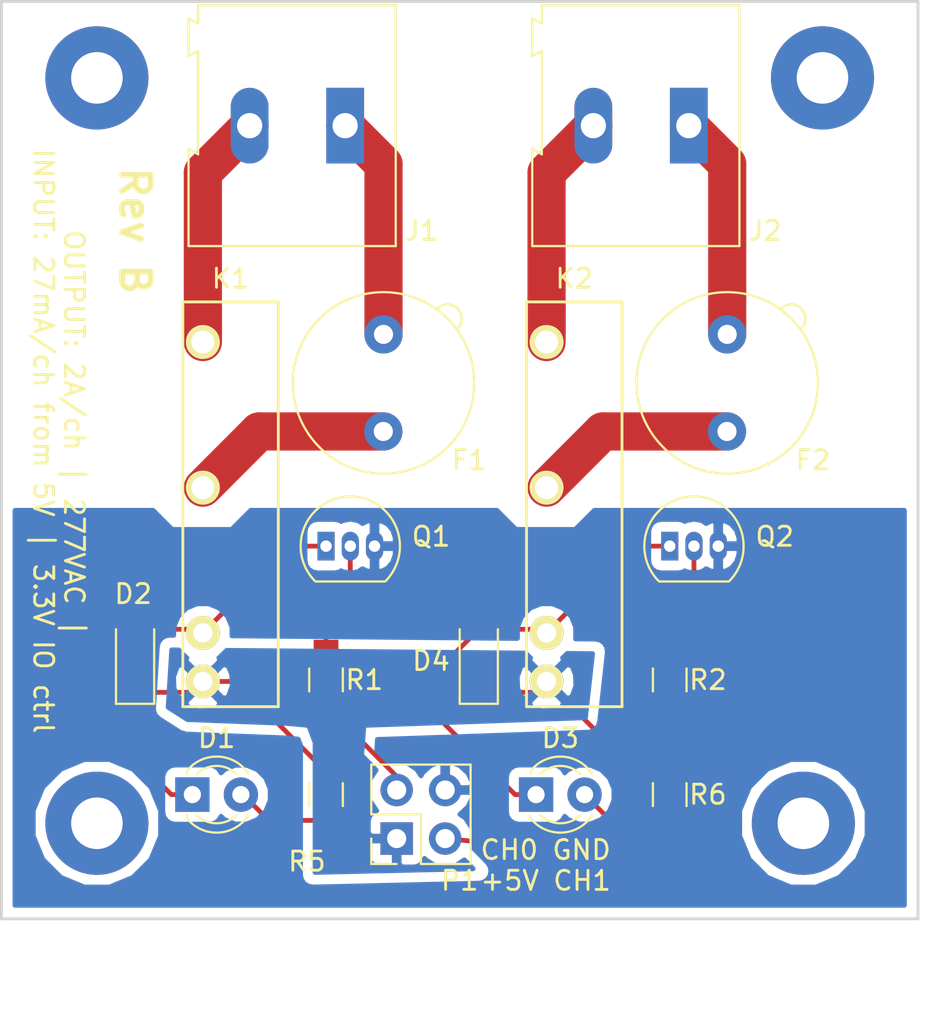
<source format=kicad_pcb>
(kicad_pcb (version 20171130) (host pcbnew "(5.0.0-3-g5ebb6b6)")

  (general
    (thickness 1.6)
    (drawings 7)
    (tracks 58)
    (zones 0)
    (modules 21)
    (nets 17)
  )

  (page A4)
  (layers
    (0 F.Cu signal)
    (31 B.Cu signal)
    (32 B.Adhes user)
    (33 F.Adhes user)
    (34 B.Paste user)
    (35 F.Paste user)
    (36 B.SilkS user)
    (37 F.SilkS user)
    (38 B.Mask user)
    (39 F.Mask user)
    (40 Dwgs.User user)
    (41 Cmts.User user)
    (42 Eco1.User user)
    (43 Eco2.User user)
    (44 Edge.Cuts user)
    (45 Margin user)
    (46 B.CrtYd user)
    (47 F.CrtYd user)
    (48 B.Fab user hide)
    (49 F.Fab user hide)
  )

  (setup
    (last_trace_width 0.25)
    (trace_clearance 0.2)
    (zone_clearance 0.508)
    (zone_45_only no)
    (trace_min 0.2)
    (segment_width 0.2)
    (edge_width 0.15)
    (via_size 0.6)
    (via_drill 0.4)
    (via_min_size 0.4)
    (via_min_drill 0.3)
    (uvia_size 0.3)
    (uvia_drill 0.1)
    (uvias_allowed no)
    (uvia_min_size 0.2)
    (uvia_min_drill 0.1)
    (pcb_text_width 0.3)
    (pcb_text_size 1.5 1.5)
    (mod_edge_width 0.15)
    (mod_text_size 1 1)
    (mod_text_width 0.15)
    (pad_size 1.524 1.524)
    (pad_drill 0.762)
    (pad_to_mask_clearance 0.2)
    (aux_axis_origin 0 0)
    (grid_origin 152.35 123.15)
    (visible_elements FFFEFF7F)
    (pcbplotparams
      (layerselection 0x00030_80000001)
      (usegerberextensions false)
      (usegerberattributes false)
      (usegerberadvancedattributes false)
      (creategerberjobfile false)
      (excludeedgelayer true)
      (linewidth 0.100000)
      (plotframeref false)
      (viasonmask false)
      (mode 1)
      (useauxorigin false)
      (hpglpennumber 1)
      (hpglpenspeed 20)
      (hpglpendiameter 15.000000)
      (psnegative false)
      (psa4output false)
      (plotreference true)
      (plotvalue true)
      (plotinvisibletext false)
      (padsonsilk false)
      (subtractmaskfromsilk false)
      (outputformat 1)
      (mirror false)
      (drillshape 1)
      (scaleselection 1)
      (outputdirectory ""))
  )

  (net 0 "")
  (net 1 "Net-(D1-Pad1)")
  (net 2 "Net-(D1-Pad2)")
  (net 3 +5V)
  (net 4 "Net-(D3-Pad1)")
  (net 5 "Net-(D3-Pad2)")
  (net 6 "Net-(J1-Pad2)")
  (net 7 "Net-(J2-Pad2)")
  (net 8 /CH0_IN)
  (net 9 /CH1_IN)
  (net 10 GND)
  (net 11 "Net-(Q1-Pad2)")
  (net 12 "Net-(Q2-Pad2)")
  (net 13 "Net-(F1-Pad1)")
  (net 14 "Net-(F1-Pad2)")
  (net 15 "Net-(F2-Pad1)")
  (net 16 "Net-(F2-Pad2)")

  (net_class Default "This is the default net class."
    (clearance 0.2)
    (trace_width 0.25)
    (via_dia 0.6)
    (via_drill 0.4)
    (uvia_dia 0.3)
    (uvia_drill 0.1)
    (add_net +5V)
    (add_net /CH0_IN)
    (add_net /CH1_IN)
    (add_net GND)
    (add_net "Net-(D1-Pad1)")
    (add_net "Net-(D1-Pad2)")
    (add_net "Net-(D3-Pad1)")
    (add_net "Net-(D3-Pad2)")
    (add_net "Net-(Q1-Pad2)")
    (add_net "Net-(Q2-Pad2)")
  )

  (net_class pwr ""
    (clearance 0.2)
    (trace_width 2)
    (via_dia 1)
    (via_drill 0.8)
    (uvia_dia 0.3)
    (uvia_drill 0.1)
    (add_net "Net-(F1-Pad1)")
    (add_net "Net-(F1-Pad2)")
    (add_net "Net-(F2-Pad1)")
    (add_net "Net-(F2-Pad2)")
    (add_net "Net-(J1-Pad2)")
    (add_net "Net-(J2-Pad2)")
  )

  (module IHE2:Relay (layer F.Cu) (tedit 5C4E8726) (tstamp 5BA5AFF4)
    (at 140.35 107.65 90)
    (path /5BA1DF6B/5BA1D986)
    (fp_text reference K2 (at 13 0 180) (layer F.SilkS)
      (effects (font (size 1 1) (thickness 0.15)))
    )
    (fp_text value RELAY (at -6.01 0.67 90) (layer F.SilkS) hide
      (effects (font (size 1 1) (thickness 0.15)))
    )
    (fp_line (start 11.778 -2.5) (end -9.4 -2.5) (layer F.SilkS) (width 0.15))
    (fp_line (start 11.778 2.5) (end 11.778 -2.5) (layer F.SilkS) (width 0.15))
    (fp_line (start -9.4 2.5) (end 11.778 2.5) (layer F.SilkS) (width 0.15))
    (fp_line (start -9.4 -2.5) (end -9.4 2.5) (layer F.SilkS) (width 0.15))
    (pad 2 thru_hole circle (at -5.54 -1.45 90) (size 1.778 1.778) (drill 1) (layers *.Cu *.Mask F.SilkS)
      (net 4 "Net-(D3-Pad1)"))
    (pad 1 thru_hole circle (at -8.08 -1.45 90) (size 1.778 1.778) (drill 1) (layers *.Cu *.Mask F.SilkS)
      (net 3 +5V))
    (pad 3 thru_hole circle (at 2.06 -1.45 90) (size 1.778 1.778) (drill 1.2) (layers *.Cu *.Mask F.SilkS)
      (net 15 "Net-(F2-Pad1)"))
    (pad 4 thru_hole circle (at 9.68 -1.45 90) (size 1.778 1.778) (drill 1.2) (layers *.Cu *.Mask F.SilkS)
      (net 7 "Net-(J2-Pad2)"))
  )

  (module IHE:Relay (layer F.Cu) (tedit 5C4E8726) (tstamp 5BA31D7A)
    (at 122.35 107.65 90)
    (path /5BA1CD91/5BA1D986)
    (fp_text reference K1 (at 13 0 180) (layer F.SilkS)
      (effects (font (size 1 1) (thickness 0.15)))
    )
    (fp_text value RELAY (at -6.01 0.67 90) (layer F.SilkS) hide
      (effects (font (size 1 1) (thickness 0.15)))
    )
    (fp_line (start -9.4 -2.5) (end -9.4 2.5) (layer F.SilkS) (width 0.15))
    (fp_line (start -9.4 2.5) (end 11.778 2.5) (layer F.SilkS) (width 0.15))
    (fp_line (start 11.778 2.5) (end 11.778 -2.5) (layer F.SilkS) (width 0.15))
    (fp_line (start 11.778 -2.5) (end -9.4 -2.5) (layer F.SilkS) (width 0.15))
    (pad 4 thru_hole circle (at 9.68 -1.45 90) (size 1.778 1.778) (drill 1.2) (layers *.Cu *.Mask F.SilkS)
      (net 6 "Net-(J1-Pad2)"))
    (pad 3 thru_hole circle (at 2.06 -1.45 90) (size 1.778 1.778) (drill 1.2) (layers *.Cu *.Mask F.SilkS)
      (net 13 "Net-(F1-Pad1)"))
    (pad 1 thru_hole circle (at -8.08 -1.45 90) (size 1.778 1.778) (drill 1) (layers *.Cu *.Mask F.SilkS)
      (net 3 +5V))
    (pad 2 thru_hole circle (at -5.54 -1.45 90) (size 1.778 1.778) (drill 1) (layers *.Cu *.Mask F.SilkS)
      (net 1 "Net-(D1-Pad1)"))
  )

  (module Mounting_Holes:MountingHole_2.7mm_M2.5_Pad (layer F.Cu) (tedit 5BA6BE16) (tstamp 5BA8541E)
    (at 152.35 123.15)
    (descr "Mounting Hole 2.7mm, M2.5")
    (tags "mounting hole 2.7mm m2.5")
    (attr virtual)
    (fp_text reference REF** (at 0 -3.7) (layer F.Fab) hide
      (effects (font (size 1 1) (thickness 0.15)))
    )
    (fp_text value MountingHole_2.7mm_M2.5_Pad (at 0 3.7) (layer F.Fab)
      (effects (font (size 1 1) (thickness 0.15)))
    )
    (fp_text user %R (at 0.3 0) (layer F.Fab)
      (effects (font (size 1 1) (thickness 0.15)))
    )
    (fp_circle (center 0 0) (end 2.7 0) (layer Cmts.User) (width 0.15))
    (fp_circle (center 0 0) (end 2.95 0) (layer F.CrtYd) (width 0.05))
    (pad 1 thru_hole circle (at 0 0) (size 5.4 5.4) (drill 2.7) (layers *.Cu *.Mask))
  )

  (module Mounting_Holes:MountingHole_2.7mm_M2.5_Pad (layer F.Cu) (tedit 5BA6BE16) (tstamp 5BA85416)
    (at 153.35 84.15)
    (descr "Mounting Hole 2.7mm, M2.5")
    (tags "mounting hole 2.7mm m2.5")
    (attr virtual)
    (fp_text reference REF** (at 0 -3.7) (layer F.Fab) hide
      (effects (font (size 1 1) (thickness 0.15)))
    )
    (fp_text value MountingHole_2.7mm_M2.5_Pad (at 0 3.7) (layer F.Fab)
      (effects (font (size 1 1) (thickness 0.15)))
    )
    (fp_text user %R (at 0.3 0) (layer F.Fab)
      (effects (font (size 1 1) (thickness 0.15)))
    )
    (fp_circle (center 0 0) (end 2.7 0) (layer Cmts.User) (width 0.15))
    (fp_circle (center 0 0) (end 2.95 0) (layer F.CrtYd) (width 0.05))
    (pad 1 thru_hole circle (at 0 0) (size 5.4 5.4) (drill 2.7) (layers *.Cu *.Mask))
  )

  (module Mounting_Holes:MountingHole_2.7mm_M2.5_Pad (layer F.Cu) (tedit 5BA6BE16) (tstamp 5BA8540E)
    (at 115.35 123.15)
    (descr "Mounting Hole 2.7mm, M2.5")
    (tags "mounting hole 2.7mm m2.5")
    (attr virtual)
    (fp_text reference REF** (at 0 -3.7) (layer F.Fab) hide
      (effects (font (size 1 1) (thickness 0.15)))
    )
    (fp_text value MountingHole_2.7mm_M2.5_Pad (at 0 3.7) (layer F.Fab)
      (effects (font (size 1 1) (thickness 0.15)))
    )
    (fp_text user %R (at 0.3 0) (layer F.Fab)
      (effects (font (size 1 1) (thickness 0.15)))
    )
    (fp_circle (center 0 0) (end 2.7 0) (layer Cmts.User) (width 0.15))
    (fp_circle (center 0 0) (end 2.95 0) (layer F.CrtYd) (width 0.05))
    (pad 1 thru_hole circle (at 0 0) (size 5.4 5.4) (drill 2.7) (layers *.Cu *.Mask))
  )

  (module LEDs:LED_D3.0mm (layer F.Cu) (tedit 587A3A7B) (tstamp 5BA31D30)
    (at 120.35 121.65)
    (descr "LED, diameter 3.0mm, 2 pins")
    (tags "LED diameter 3.0mm 2 pins")
    (path /5BA1CD91/5BA1D97F)
    (fp_text reference D1 (at 1.27 -2.96) (layer F.SilkS)
      (effects (font (size 1 1) (thickness 0.15)))
    )
    (fp_text value LED (at 1.27 2.96) (layer F.Fab)
      (effects (font (size 1 1) (thickness 0.15)))
    )
    (fp_arc (start 1.27 0) (end -0.23 -1.16619) (angle 284.3) (layer F.Fab) (width 0.1))
    (fp_arc (start 1.27 0) (end -0.29 -1.235516) (angle 108.8) (layer F.SilkS) (width 0.12))
    (fp_arc (start 1.27 0) (end -0.29 1.235516) (angle -108.8) (layer F.SilkS) (width 0.12))
    (fp_arc (start 1.27 0) (end 0.229039 -1.08) (angle 87.9) (layer F.SilkS) (width 0.12))
    (fp_arc (start 1.27 0) (end 0.229039 1.08) (angle -87.9) (layer F.SilkS) (width 0.12))
    (fp_circle (center 1.27 0) (end 2.77 0) (layer F.Fab) (width 0.1))
    (fp_line (start -0.23 -1.16619) (end -0.23 1.16619) (layer F.Fab) (width 0.1))
    (fp_line (start -0.29 -1.236) (end -0.29 -1.08) (layer F.SilkS) (width 0.12))
    (fp_line (start -0.29 1.08) (end -0.29 1.236) (layer F.SilkS) (width 0.12))
    (fp_line (start -1.15 -2.25) (end -1.15 2.25) (layer F.CrtYd) (width 0.05))
    (fp_line (start -1.15 2.25) (end 3.7 2.25) (layer F.CrtYd) (width 0.05))
    (fp_line (start 3.7 2.25) (end 3.7 -2.25) (layer F.CrtYd) (width 0.05))
    (fp_line (start 3.7 -2.25) (end -1.15 -2.25) (layer F.CrtYd) (width 0.05))
    (pad 1 thru_hole rect (at 0 0) (size 1.8 1.8) (drill 0.9) (layers *.Cu *.Mask)
      (net 1 "Net-(D1-Pad1)"))
    (pad 2 thru_hole circle (at 2.54 0) (size 1.8 1.8) (drill 0.9) (layers *.Cu *.Mask)
      (net 2 "Net-(D1-Pad2)"))
    (model ${KISYS3DMOD}/LEDs.3dshapes/LED_D3.0mm.wrl
      (at (xyz 0 0 0))
      (scale (xyz 0.393701 0.393701 0.393701))
      (rotate (xyz 0 0 0))
    )
  )

  (module Diodes_SMD:D_SOD-123 (layer F.Cu) (tedit 5BA6C3FB) (tstamp 5BA31D36)
    (at 117.35 114.65 90)
    (descr SOD-123)
    (tags SOD-123)
    (path /5BA1CD91/5BA1D978)
    (attr smd)
    (fp_text reference D2 (at 3.5 -0.1 180) (layer F.SilkS)
      (effects (font (size 1 1) (thickness 0.15)))
    )
    (fp_text value D (at 0 2.1 90) (layer F.Fab)
      (effects (font (size 1 1) (thickness 0.15)))
    )
    (fp_text user %R (at 0 -2 90) (layer F.Fab)
      (effects (font (size 1 1) (thickness 0.15)))
    )
    (fp_line (start -2.25 -1) (end -2.25 1) (layer F.SilkS) (width 0.12))
    (fp_line (start 0.25 0) (end 0.75 0) (layer F.Fab) (width 0.1))
    (fp_line (start 0.25 0.4) (end -0.35 0) (layer F.Fab) (width 0.1))
    (fp_line (start 0.25 -0.4) (end 0.25 0.4) (layer F.Fab) (width 0.1))
    (fp_line (start -0.35 0) (end 0.25 -0.4) (layer F.Fab) (width 0.1))
    (fp_line (start -0.35 0) (end -0.35 0.55) (layer F.Fab) (width 0.1))
    (fp_line (start -0.35 0) (end -0.35 -0.55) (layer F.Fab) (width 0.1))
    (fp_line (start -0.75 0) (end -0.35 0) (layer F.Fab) (width 0.1))
    (fp_line (start -1.4 0.9) (end -1.4 -0.9) (layer F.Fab) (width 0.1))
    (fp_line (start 1.4 0.9) (end -1.4 0.9) (layer F.Fab) (width 0.1))
    (fp_line (start 1.4 -0.9) (end 1.4 0.9) (layer F.Fab) (width 0.1))
    (fp_line (start -1.4 -0.9) (end 1.4 -0.9) (layer F.Fab) (width 0.1))
    (fp_line (start -2.35 -1.15) (end 2.35 -1.15) (layer F.CrtYd) (width 0.05))
    (fp_line (start 2.35 -1.15) (end 2.35 1.15) (layer F.CrtYd) (width 0.05))
    (fp_line (start 2.35 1.15) (end -2.35 1.15) (layer F.CrtYd) (width 0.05))
    (fp_line (start -2.35 -1.15) (end -2.35 1.15) (layer F.CrtYd) (width 0.05))
    (fp_line (start -2.25 1) (end 1.65 1) (layer F.SilkS) (width 0.12))
    (fp_line (start -2.25 -1) (end 1.65 -1) (layer F.SilkS) (width 0.12))
    (pad 1 smd rect (at -1.65 0 90) (size 0.9 1.2) (layers F.Cu F.Paste F.Mask)
      (net 3 +5V))
    (pad 2 smd rect (at 1.65 0 90) (size 0.9 1.2) (layers F.Cu F.Paste F.Mask)
      (net 1 "Net-(D1-Pad1)"))
    (model ${KISYS3DMOD}/Diodes_SMD.3dshapes/D_SOD-123.wrl
      (at (xyz 0 0 0))
      (scale (xyz 1 1 1))
      (rotate (xyz 0 0 0))
    )
  )

  (module LEDs:LED_D3.0mm (layer F.Cu) (tedit 587A3A7B) (tstamp 5BA31D3C)
    (at 138.35 121.65)
    (descr "LED, diameter 3.0mm, 2 pins")
    (tags "LED diameter 3.0mm 2 pins")
    (path /5BA1DF6B/5BA1D97F)
    (fp_text reference D3 (at 1.27 -2.96) (layer F.SilkS)
      (effects (font (size 1 1) (thickness 0.15)))
    )
    (fp_text value LED (at 1.27 2.96) (layer F.Fab)
      (effects (font (size 1 1) (thickness 0.15)))
    )
    (fp_arc (start 1.27 0) (end -0.23 -1.16619) (angle 284.3) (layer F.Fab) (width 0.1))
    (fp_arc (start 1.27 0) (end -0.29 -1.235516) (angle 108.8) (layer F.SilkS) (width 0.12))
    (fp_arc (start 1.27 0) (end -0.29 1.235516) (angle -108.8) (layer F.SilkS) (width 0.12))
    (fp_arc (start 1.27 0) (end 0.229039 -1.08) (angle 87.9) (layer F.SilkS) (width 0.12))
    (fp_arc (start 1.27 0) (end 0.229039 1.08) (angle -87.9) (layer F.SilkS) (width 0.12))
    (fp_circle (center 1.27 0) (end 2.77 0) (layer F.Fab) (width 0.1))
    (fp_line (start -0.23 -1.16619) (end -0.23 1.16619) (layer F.Fab) (width 0.1))
    (fp_line (start -0.29 -1.236) (end -0.29 -1.08) (layer F.SilkS) (width 0.12))
    (fp_line (start -0.29 1.08) (end -0.29 1.236) (layer F.SilkS) (width 0.12))
    (fp_line (start -1.15 -2.25) (end -1.15 2.25) (layer F.CrtYd) (width 0.05))
    (fp_line (start -1.15 2.25) (end 3.7 2.25) (layer F.CrtYd) (width 0.05))
    (fp_line (start 3.7 2.25) (end 3.7 -2.25) (layer F.CrtYd) (width 0.05))
    (fp_line (start 3.7 -2.25) (end -1.15 -2.25) (layer F.CrtYd) (width 0.05))
    (pad 1 thru_hole rect (at 0 0) (size 1.8 1.8) (drill 0.9) (layers *.Cu *.Mask)
      (net 4 "Net-(D3-Pad1)"))
    (pad 2 thru_hole circle (at 2.54 0) (size 1.8 1.8) (drill 0.9) (layers *.Cu *.Mask)
      (net 5 "Net-(D3-Pad2)"))
    (model ${KISYS3DMOD}/LEDs.3dshapes/LED_D3.0mm.wrl
      (at (xyz 0 0 0))
      (scale (xyz 0.393701 0.393701 0.393701))
      (rotate (xyz 0 0 0))
    )
  )

  (module Diodes_SMD:D_SOD-123 (layer F.Cu) (tedit 5BA69A13) (tstamp 5BA31D42)
    (at 135.35 114.65 90)
    (descr SOD-123)
    (tags SOD-123)
    (path /5BA1DF6B/5BA1D978)
    (attr smd)
    (fp_text reference D4 (at 0 -2.5 180) (layer F.SilkS)
      (effects (font (size 1 1) (thickness 0.15)))
    )
    (fp_text value D (at 0 2.1 90) (layer F.Fab)
      (effects (font (size 1 1) (thickness 0.15)))
    )
    (fp_text user %R (at 0 -2 90) (layer F.Fab)
      (effects (font (size 1 1) (thickness 0.15)))
    )
    (fp_line (start -2.25 -1) (end -2.25 1) (layer F.SilkS) (width 0.12))
    (fp_line (start 0.25 0) (end 0.75 0) (layer F.Fab) (width 0.1))
    (fp_line (start 0.25 0.4) (end -0.35 0) (layer F.Fab) (width 0.1))
    (fp_line (start 0.25 -0.4) (end 0.25 0.4) (layer F.Fab) (width 0.1))
    (fp_line (start -0.35 0) (end 0.25 -0.4) (layer F.Fab) (width 0.1))
    (fp_line (start -0.35 0) (end -0.35 0.55) (layer F.Fab) (width 0.1))
    (fp_line (start -0.35 0) (end -0.35 -0.55) (layer F.Fab) (width 0.1))
    (fp_line (start -0.75 0) (end -0.35 0) (layer F.Fab) (width 0.1))
    (fp_line (start -1.4 0.9) (end -1.4 -0.9) (layer F.Fab) (width 0.1))
    (fp_line (start 1.4 0.9) (end -1.4 0.9) (layer F.Fab) (width 0.1))
    (fp_line (start 1.4 -0.9) (end 1.4 0.9) (layer F.Fab) (width 0.1))
    (fp_line (start -1.4 -0.9) (end 1.4 -0.9) (layer F.Fab) (width 0.1))
    (fp_line (start -2.35 -1.15) (end 2.35 -1.15) (layer F.CrtYd) (width 0.05))
    (fp_line (start 2.35 -1.15) (end 2.35 1.15) (layer F.CrtYd) (width 0.05))
    (fp_line (start 2.35 1.15) (end -2.35 1.15) (layer F.CrtYd) (width 0.05))
    (fp_line (start -2.35 -1.15) (end -2.35 1.15) (layer F.CrtYd) (width 0.05))
    (fp_line (start -2.25 1) (end 1.65 1) (layer F.SilkS) (width 0.12))
    (fp_line (start -2.25 -1) (end 1.65 -1) (layer F.SilkS) (width 0.12))
    (pad 1 smd rect (at -1.65 0 90) (size 0.9 1.2) (layers F.Cu F.Paste F.Mask)
      (net 3 +5V))
    (pad 2 smd rect (at 1.65 0 90) (size 0.9 1.2) (layers F.Cu F.Paste F.Mask)
      (net 4 "Net-(D3-Pad1)"))
    (model ${KISYS3DMOD}/Diodes_SMD.3dshapes/D_SOD-123.wrl
      (at (xyz 0 0 0))
      (scale (xyz 1 1 1))
      (rotate (xyz 0 0 0))
    )
  )

  (module Terminal_Blocks:TerminalBlock_Altech_AK300-2_P5.00mm (layer F.Cu) (tedit 5BA69970) (tstamp 5BA31D60)
    (at 128.35 86.65 180)
    (descr "Altech AK300 terminal block, pitch 5.0mm, 45 degree angled, see http://www.mouser.com/ds/2/16/PCBMETRC-24178.pdf")
    (tags "Altech AK300 terminal block pitch 5.0mm")
    (path /5BA1CD91/5BA1D9A1)
    (fp_text reference J1 (at -4 -5.5 180) (layer F.SilkS)
      (effects (font (size 1 1) (thickness 0.15)))
    )
    (fp_text value Screw_Terminal_1x02 (at 2.78 7.75 180) (layer F.Fab)
      (effects (font (size 1 1) (thickness 0.15)))
    )
    (fp_text user %R (at 2.5 -2 180) (layer F.Fab)
      (effects (font (size 1 1) (thickness 0.15)))
    )
    (fp_line (start -2.65 -6.3) (end -2.65 6.3) (layer F.SilkS) (width 0.12))
    (fp_line (start -2.65 6.3) (end 7.7 6.3) (layer F.SilkS) (width 0.12))
    (fp_line (start 7.7 6.3) (end 7.7 5.35) (layer F.SilkS) (width 0.12))
    (fp_line (start 7.7 5.35) (end 8.2 5.6) (layer F.SilkS) (width 0.12))
    (fp_line (start 8.2 5.6) (end 8.2 3.7) (layer F.SilkS) (width 0.12))
    (fp_line (start 8.2 3.7) (end 8.2 3.65) (layer F.SilkS) (width 0.12))
    (fp_line (start 8.2 3.65) (end 7.7 3.9) (layer F.SilkS) (width 0.12))
    (fp_line (start 7.7 3.9) (end 7.7 -1.5) (layer F.SilkS) (width 0.12))
    (fp_line (start 7.7 -1.5) (end 8.2 -1.2) (layer F.SilkS) (width 0.12))
    (fp_line (start 8.2 -1.2) (end 8.2 -6.3) (layer F.SilkS) (width 0.12))
    (fp_line (start 8.2 -6.3) (end -2.65 -6.3) (layer F.SilkS) (width 0.12))
    (fp_line (start -1.26 2.54) (end 1.28 2.54) (layer F.Fab) (width 0.1))
    (fp_line (start 1.28 2.54) (end 1.28 -0.25) (layer F.Fab) (width 0.1))
    (fp_line (start -1.26 -0.25) (end 1.28 -0.25) (layer F.Fab) (width 0.1))
    (fp_line (start -1.26 2.54) (end -1.26 -0.25) (layer F.Fab) (width 0.1))
    (fp_line (start 3.74 2.54) (end 6.28 2.54) (layer F.Fab) (width 0.1))
    (fp_line (start 6.28 2.54) (end 6.28 -0.25) (layer F.Fab) (width 0.1))
    (fp_line (start 3.74 -0.25) (end 6.28 -0.25) (layer F.Fab) (width 0.1))
    (fp_line (start 3.74 2.54) (end 3.74 -0.25) (layer F.Fab) (width 0.1))
    (fp_line (start 7.61 -6.22) (end 7.61 -3.17) (layer F.Fab) (width 0.1))
    (fp_line (start 7.61 -6.22) (end -2.58 -6.22) (layer F.Fab) (width 0.1))
    (fp_line (start 7.61 -6.22) (end 8.11 -6.22) (layer F.Fab) (width 0.1))
    (fp_line (start 8.11 -6.22) (end 8.11 -1.4) (layer F.Fab) (width 0.1))
    (fp_line (start 8.11 -1.4) (end 7.61 -1.65) (layer F.Fab) (width 0.1))
    (fp_line (start 8.11 5.46) (end 7.61 5.21) (layer F.Fab) (width 0.1))
    (fp_line (start 7.61 5.21) (end 7.61 6.22) (layer F.Fab) (width 0.1))
    (fp_line (start 8.11 3.81) (end 7.61 4.06) (layer F.Fab) (width 0.1))
    (fp_line (start 7.61 4.06) (end 7.61 5.21) (layer F.Fab) (width 0.1))
    (fp_line (start 8.11 3.81) (end 8.11 5.46) (layer F.Fab) (width 0.1))
    (fp_line (start 2.98 6.22) (end 2.98 4.32) (layer F.Fab) (width 0.1))
    (fp_line (start 7.05 -0.25) (end 7.05 4.32) (layer F.Fab) (width 0.1))
    (fp_line (start 2.98 6.22) (end 7.05 6.22) (layer F.Fab) (width 0.1))
    (fp_line (start 7.05 6.22) (end 7.61 6.22) (layer F.Fab) (width 0.1))
    (fp_line (start 2.04 6.22) (end 2.04 4.32) (layer F.Fab) (width 0.1))
    (fp_line (start 2.04 6.22) (end 2.98 6.22) (layer F.Fab) (width 0.1))
    (fp_line (start -2.02 -0.25) (end -2.02 4.32) (layer F.Fab) (width 0.1))
    (fp_line (start -2.58 6.22) (end -2.02 6.22) (layer F.Fab) (width 0.1))
    (fp_line (start -2.02 6.22) (end 2.04 6.22) (layer F.Fab) (width 0.1))
    (fp_line (start 2.98 4.32) (end 7.05 4.32) (layer F.Fab) (width 0.1))
    (fp_line (start 2.98 4.32) (end 2.98 -0.25) (layer F.Fab) (width 0.1))
    (fp_line (start 7.05 4.32) (end 7.05 6.22) (layer F.Fab) (width 0.1))
    (fp_line (start 2.04 4.32) (end -2.02 4.32) (layer F.Fab) (width 0.1))
    (fp_line (start 2.04 4.32) (end 2.04 -0.25) (layer F.Fab) (width 0.1))
    (fp_line (start -2.02 4.32) (end -2.02 6.22) (layer F.Fab) (width 0.1))
    (fp_line (start 6.67 3.68) (end 6.67 0.51) (layer F.Fab) (width 0.1))
    (fp_line (start 6.67 3.68) (end 3.36 3.68) (layer F.Fab) (width 0.1))
    (fp_line (start 3.36 3.68) (end 3.36 0.51) (layer F.Fab) (width 0.1))
    (fp_line (start 1.66 3.68) (end 1.66 0.51) (layer F.Fab) (width 0.1))
    (fp_line (start 1.66 3.68) (end -1.64 3.68) (layer F.Fab) (width 0.1))
    (fp_line (start -1.64 3.68) (end -1.64 0.51) (layer F.Fab) (width 0.1))
    (fp_line (start -1.64 0.51) (end -1.26 0.51) (layer F.Fab) (width 0.1))
    (fp_line (start 1.66 0.51) (end 1.28 0.51) (layer F.Fab) (width 0.1))
    (fp_line (start 3.36 0.51) (end 3.74 0.51) (layer F.Fab) (width 0.1))
    (fp_line (start 6.67 0.51) (end 6.28 0.51) (layer F.Fab) (width 0.1))
    (fp_line (start -2.58 6.22) (end -2.58 -0.64) (layer F.Fab) (width 0.1))
    (fp_line (start -2.58 -0.64) (end -2.58 -3.17) (layer F.Fab) (width 0.1))
    (fp_line (start 7.61 -1.65) (end 7.61 -0.64) (layer F.Fab) (width 0.1))
    (fp_line (start 7.61 -0.64) (end 7.61 4.06) (layer F.Fab) (width 0.1))
    (fp_line (start -2.58 -3.17) (end 7.61 -3.17) (layer F.Fab) (width 0.1))
    (fp_line (start -2.58 -3.17) (end -2.58 -6.22) (layer F.Fab) (width 0.1))
    (fp_line (start 7.61 -3.17) (end 7.61 -1.65) (layer F.Fab) (width 0.1))
    (fp_line (start 2.98 -3.43) (end 2.98 -5.97) (layer F.Fab) (width 0.1))
    (fp_line (start 2.98 -5.97) (end 7.05 -5.97) (layer F.Fab) (width 0.1))
    (fp_line (start 7.05 -5.97) (end 7.05 -3.43) (layer F.Fab) (width 0.1))
    (fp_line (start 7.05 -3.43) (end 2.98 -3.43) (layer F.Fab) (width 0.1))
    (fp_line (start 2.04 -3.43) (end 2.04 -5.97) (layer F.Fab) (width 0.1))
    (fp_line (start 2.04 -3.43) (end -2.02 -3.43) (layer F.Fab) (width 0.1))
    (fp_line (start -2.02 -3.43) (end -2.02 -5.97) (layer F.Fab) (width 0.1))
    (fp_line (start 2.04 -5.97) (end -2.02 -5.97) (layer F.Fab) (width 0.1))
    (fp_line (start 3.39 -4.45) (end 6.44 -5.08) (layer F.Fab) (width 0.1))
    (fp_line (start 3.52 -4.32) (end 6.56 -4.95) (layer F.Fab) (width 0.1))
    (fp_line (start -1.62 -4.45) (end 1.44 -5.08) (layer F.Fab) (width 0.1))
    (fp_line (start -1.49 -4.32) (end 1.56 -4.95) (layer F.Fab) (width 0.1))
    (fp_line (start -2.02 -0.25) (end -1.64 -0.25) (layer F.Fab) (width 0.1))
    (fp_line (start 2.04 -0.25) (end 1.66 -0.25) (layer F.Fab) (width 0.1))
    (fp_line (start 1.66 -0.25) (end -1.64 -0.25) (layer F.Fab) (width 0.1))
    (fp_line (start -2.58 -0.64) (end -1.64 -0.64) (layer F.Fab) (width 0.1))
    (fp_line (start -1.64 -0.64) (end 1.66 -0.64) (layer F.Fab) (width 0.1))
    (fp_line (start 1.66 -0.64) (end 3.36 -0.64) (layer F.Fab) (width 0.1))
    (fp_line (start 7.61 -0.64) (end 6.67 -0.64) (layer F.Fab) (width 0.1))
    (fp_line (start 6.67 -0.64) (end 3.36 -0.64) (layer F.Fab) (width 0.1))
    (fp_line (start 7.05 -0.25) (end 6.67 -0.25) (layer F.Fab) (width 0.1))
    (fp_line (start 2.98 -0.25) (end 3.36 -0.25) (layer F.Fab) (width 0.1))
    (fp_line (start 3.36 -0.25) (end 6.67 -0.25) (layer F.Fab) (width 0.1))
    (fp_line (start -2.83 -6.47) (end 8.36 -6.47) (layer F.CrtYd) (width 0.05))
    (fp_line (start -2.83 -6.47) (end -2.83 6.47) (layer F.CrtYd) (width 0.05))
    (fp_line (start 8.36 6.47) (end 8.36 -6.47) (layer F.CrtYd) (width 0.05))
    (fp_line (start 8.36 6.47) (end -2.83 6.47) (layer F.CrtYd) (width 0.05))
    (fp_arc (start 6.03 -4.59) (end 6.54 -5.05) (angle 90.5) (layer F.Fab) (width 0.1))
    (fp_arc (start 5.07 -6.07) (end 6.53 -4.12) (angle 75.5) (layer F.Fab) (width 0.1))
    (fp_arc (start 4.99 -3.71) (end 3.39 -5) (angle 100) (layer F.Fab) (width 0.1))
    (fp_arc (start 3.87 -4.65) (end 3.58 -4.13) (angle 104.2) (layer F.Fab) (width 0.1))
    (fp_arc (start 1.03 -4.59) (end 1.53 -5.05) (angle 90.5) (layer F.Fab) (width 0.1))
    (fp_arc (start 0.06 -6.07) (end 1.53 -4.12) (angle 75.5) (layer F.Fab) (width 0.1))
    (fp_arc (start -0.01 -3.71) (end -1.62 -5) (angle 100) (layer F.Fab) (width 0.1))
    (fp_arc (start -1.13 -4.65) (end -1.42 -4.13) (angle 104.2) (layer F.Fab) (width 0.1))
    (pad 1 thru_hole rect (at 0 0 180) (size 1.98 3.96) (drill 1.32) (layers *.Cu *.Mask)
      (net 14 "Net-(F1-Pad2)"))
    (pad 2 thru_hole oval (at 5 0 180) (size 1.98 3.96) (drill 1.32) (layers *.Cu *.Mask)
      (net 6 "Net-(J1-Pad2)"))
    (model ${KISYS3DMOD}/Terminal_Blocks.3dshapes/TerminalBlock_Altech_AK300-2_P5.00mm.wrl
      (at (xyz 0 0 0))
      (scale (xyz 1 1 1))
      (rotate (xyz 0 0 0))
    )
  )

  (module Terminal_Blocks:TerminalBlock_Altech_AK300-2_P5.00mm (layer F.Cu) (tedit 5BA69973) (tstamp 5BA31D66)
    (at 146.35 86.65 180)
    (descr "Altech AK300 terminal block, pitch 5.0mm, 45 degree angled, see http://www.mouser.com/ds/2/16/PCBMETRC-24178.pdf")
    (tags "Altech AK300 terminal block pitch 5.0mm")
    (path /5BA1DF6B/5BA1D9A1)
    (fp_text reference J2 (at -4 -5.5 180) (layer F.SilkS)
      (effects (font (size 1 1) (thickness 0.15)))
    )
    (fp_text value Screw_Terminal_1x02 (at 2.78 7.75 180) (layer F.Fab)
      (effects (font (size 1 1) (thickness 0.15)))
    )
    (fp_text user %R (at 2.5 -2 180) (layer F.Fab)
      (effects (font (size 1 1) (thickness 0.15)))
    )
    (fp_line (start -2.65 -6.3) (end -2.65 6.3) (layer F.SilkS) (width 0.12))
    (fp_line (start -2.65 6.3) (end 7.7 6.3) (layer F.SilkS) (width 0.12))
    (fp_line (start 7.7 6.3) (end 7.7 5.35) (layer F.SilkS) (width 0.12))
    (fp_line (start 7.7 5.35) (end 8.2 5.6) (layer F.SilkS) (width 0.12))
    (fp_line (start 8.2 5.6) (end 8.2 3.7) (layer F.SilkS) (width 0.12))
    (fp_line (start 8.2 3.7) (end 8.2 3.65) (layer F.SilkS) (width 0.12))
    (fp_line (start 8.2 3.65) (end 7.7 3.9) (layer F.SilkS) (width 0.12))
    (fp_line (start 7.7 3.9) (end 7.7 -1.5) (layer F.SilkS) (width 0.12))
    (fp_line (start 7.7 -1.5) (end 8.2 -1.2) (layer F.SilkS) (width 0.12))
    (fp_line (start 8.2 -1.2) (end 8.2 -6.3) (layer F.SilkS) (width 0.12))
    (fp_line (start 8.2 -6.3) (end -2.65 -6.3) (layer F.SilkS) (width 0.12))
    (fp_line (start -1.26 2.54) (end 1.28 2.54) (layer F.Fab) (width 0.1))
    (fp_line (start 1.28 2.54) (end 1.28 -0.25) (layer F.Fab) (width 0.1))
    (fp_line (start -1.26 -0.25) (end 1.28 -0.25) (layer F.Fab) (width 0.1))
    (fp_line (start -1.26 2.54) (end -1.26 -0.25) (layer F.Fab) (width 0.1))
    (fp_line (start 3.74 2.54) (end 6.28 2.54) (layer F.Fab) (width 0.1))
    (fp_line (start 6.28 2.54) (end 6.28 -0.25) (layer F.Fab) (width 0.1))
    (fp_line (start 3.74 -0.25) (end 6.28 -0.25) (layer F.Fab) (width 0.1))
    (fp_line (start 3.74 2.54) (end 3.74 -0.25) (layer F.Fab) (width 0.1))
    (fp_line (start 7.61 -6.22) (end 7.61 -3.17) (layer F.Fab) (width 0.1))
    (fp_line (start 7.61 -6.22) (end -2.58 -6.22) (layer F.Fab) (width 0.1))
    (fp_line (start 7.61 -6.22) (end 8.11 -6.22) (layer F.Fab) (width 0.1))
    (fp_line (start 8.11 -6.22) (end 8.11 -1.4) (layer F.Fab) (width 0.1))
    (fp_line (start 8.11 -1.4) (end 7.61 -1.65) (layer F.Fab) (width 0.1))
    (fp_line (start 8.11 5.46) (end 7.61 5.21) (layer F.Fab) (width 0.1))
    (fp_line (start 7.61 5.21) (end 7.61 6.22) (layer F.Fab) (width 0.1))
    (fp_line (start 8.11 3.81) (end 7.61 4.06) (layer F.Fab) (width 0.1))
    (fp_line (start 7.61 4.06) (end 7.61 5.21) (layer F.Fab) (width 0.1))
    (fp_line (start 8.11 3.81) (end 8.11 5.46) (layer F.Fab) (width 0.1))
    (fp_line (start 2.98 6.22) (end 2.98 4.32) (layer F.Fab) (width 0.1))
    (fp_line (start 7.05 -0.25) (end 7.05 4.32) (layer F.Fab) (width 0.1))
    (fp_line (start 2.98 6.22) (end 7.05 6.22) (layer F.Fab) (width 0.1))
    (fp_line (start 7.05 6.22) (end 7.61 6.22) (layer F.Fab) (width 0.1))
    (fp_line (start 2.04 6.22) (end 2.04 4.32) (layer F.Fab) (width 0.1))
    (fp_line (start 2.04 6.22) (end 2.98 6.22) (layer F.Fab) (width 0.1))
    (fp_line (start -2.02 -0.25) (end -2.02 4.32) (layer F.Fab) (width 0.1))
    (fp_line (start -2.58 6.22) (end -2.02 6.22) (layer F.Fab) (width 0.1))
    (fp_line (start -2.02 6.22) (end 2.04 6.22) (layer F.Fab) (width 0.1))
    (fp_line (start 2.98 4.32) (end 7.05 4.32) (layer F.Fab) (width 0.1))
    (fp_line (start 2.98 4.32) (end 2.98 -0.25) (layer F.Fab) (width 0.1))
    (fp_line (start 7.05 4.32) (end 7.05 6.22) (layer F.Fab) (width 0.1))
    (fp_line (start 2.04 4.32) (end -2.02 4.32) (layer F.Fab) (width 0.1))
    (fp_line (start 2.04 4.32) (end 2.04 -0.25) (layer F.Fab) (width 0.1))
    (fp_line (start -2.02 4.32) (end -2.02 6.22) (layer F.Fab) (width 0.1))
    (fp_line (start 6.67 3.68) (end 6.67 0.51) (layer F.Fab) (width 0.1))
    (fp_line (start 6.67 3.68) (end 3.36 3.68) (layer F.Fab) (width 0.1))
    (fp_line (start 3.36 3.68) (end 3.36 0.51) (layer F.Fab) (width 0.1))
    (fp_line (start 1.66 3.68) (end 1.66 0.51) (layer F.Fab) (width 0.1))
    (fp_line (start 1.66 3.68) (end -1.64 3.68) (layer F.Fab) (width 0.1))
    (fp_line (start -1.64 3.68) (end -1.64 0.51) (layer F.Fab) (width 0.1))
    (fp_line (start -1.64 0.51) (end -1.26 0.51) (layer F.Fab) (width 0.1))
    (fp_line (start 1.66 0.51) (end 1.28 0.51) (layer F.Fab) (width 0.1))
    (fp_line (start 3.36 0.51) (end 3.74 0.51) (layer F.Fab) (width 0.1))
    (fp_line (start 6.67 0.51) (end 6.28 0.51) (layer F.Fab) (width 0.1))
    (fp_line (start -2.58 6.22) (end -2.58 -0.64) (layer F.Fab) (width 0.1))
    (fp_line (start -2.58 -0.64) (end -2.58 -3.17) (layer F.Fab) (width 0.1))
    (fp_line (start 7.61 -1.65) (end 7.61 -0.64) (layer F.Fab) (width 0.1))
    (fp_line (start 7.61 -0.64) (end 7.61 4.06) (layer F.Fab) (width 0.1))
    (fp_line (start -2.58 -3.17) (end 7.61 -3.17) (layer F.Fab) (width 0.1))
    (fp_line (start -2.58 -3.17) (end -2.58 -6.22) (layer F.Fab) (width 0.1))
    (fp_line (start 7.61 -3.17) (end 7.61 -1.65) (layer F.Fab) (width 0.1))
    (fp_line (start 2.98 -3.43) (end 2.98 -5.97) (layer F.Fab) (width 0.1))
    (fp_line (start 2.98 -5.97) (end 7.05 -5.97) (layer F.Fab) (width 0.1))
    (fp_line (start 7.05 -5.97) (end 7.05 -3.43) (layer F.Fab) (width 0.1))
    (fp_line (start 7.05 -3.43) (end 2.98 -3.43) (layer F.Fab) (width 0.1))
    (fp_line (start 2.04 -3.43) (end 2.04 -5.97) (layer F.Fab) (width 0.1))
    (fp_line (start 2.04 -3.43) (end -2.02 -3.43) (layer F.Fab) (width 0.1))
    (fp_line (start -2.02 -3.43) (end -2.02 -5.97) (layer F.Fab) (width 0.1))
    (fp_line (start 2.04 -5.97) (end -2.02 -5.97) (layer F.Fab) (width 0.1))
    (fp_line (start 3.39 -4.45) (end 6.44 -5.08) (layer F.Fab) (width 0.1))
    (fp_line (start 3.52 -4.32) (end 6.56 -4.95) (layer F.Fab) (width 0.1))
    (fp_line (start -1.62 -4.45) (end 1.44 -5.08) (layer F.Fab) (width 0.1))
    (fp_line (start -1.49 -4.32) (end 1.56 -4.95) (layer F.Fab) (width 0.1))
    (fp_line (start -2.02 -0.25) (end -1.64 -0.25) (layer F.Fab) (width 0.1))
    (fp_line (start 2.04 -0.25) (end 1.66 -0.25) (layer F.Fab) (width 0.1))
    (fp_line (start 1.66 -0.25) (end -1.64 -0.25) (layer F.Fab) (width 0.1))
    (fp_line (start -2.58 -0.64) (end -1.64 -0.64) (layer F.Fab) (width 0.1))
    (fp_line (start -1.64 -0.64) (end 1.66 -0.64) (layer F.Fab) (width 0.1))
    (fp_line (start 1.66 -0.64) (end 3.36 -0.64) (layer F.Fab) (width 0.1))
    (fp_line (start 7.61 -0.64) (end 6.67 -0.64) (layer F.Fab) (width 0.1))
    (fp_line (start 6.67 -0.64) (end 3.36 -0.64) (layer F.Fab) (width 0.1))
    (fp_line (start 7.05 -0.25) (end 6.67 -0.25) (layer F.Fab) (width 0.1))
    (fp_line (start 2.98 -0.25) (end 3.36 -0.25) (layer F.Fab) (width 0.1))
    (fp_line (start 3.36 -0.25) (end 6.67 -0.25) (layer F.Fab) (width 0.1))
    (fp_line (start -2.83 -6.47) (end 8.36 -6.47) (layer F.CrtYd) (width 0.05))
    (fp_line (start -2.83 -6.47) (end -2.83 6.47) (layer F.CrtYd) (width 0.05))
    (fp_line (start 8.36 6.47) (end 8.36 -6.47) (layer F.CrtYd) (width 0.05))
    (fp_line (start 8.36 6.47) (end -2.83 6.47) (layer F.CrtYd) (width 0.05))
    (fp_arc (start 6.03 -4.59) (end 6.54 -5.05) (angle 90.5) (layer F.Fab) (width 0.1))
    (fp_arc (start 5.07 -6.07) (end 6.53 -4.12) (angle 75.5) (layer F.Fab) (width 0.1))
    (fp_arc (start 4.99 -3.71) (end 3.39 -5) (angle 100) (layer F.Fab) (width 0.1))
    (fp_arc (start 3.87 -4.65) (end 3.58 -4.13) (angle 104.2) (layer F.Fab) (width 0.1))
    (fp_arc (start 1.03 -4.59) (end 1.53 -5.05) (angle 90.5) (layer F.Fab) (width 0.1))
    (fp_arc (start 0.06 -6.07) (end 1.53 -4.12) (angle 75.5) (layer F.Fab) (width 0.1))
    (fp_arc (start -0.01 -3.71) (end -1.62 -5) (angle 100) (layer F.Fab) (width 0.1))
    (fp_arc (start -1.13 -4.65) (end -1.42 -4.13) (angle 104.2) (layer F.Fab) (width 0.1))
    (pad 1 thru_hole rect (at 0 0 180) (size 1.98 3.96) (drill 1.32) (layers *.Cu *.Mask)
      (net 16 "Net-(F2-Pad2)"))
    (pad 2 thru_hole oval (at 5 0 180) (size 1.98 3.96) (drill 1.32) (layers *.Cu *.Mask)
      (net 7 "Net-(J2-Pad2)"))
    (model ${KISYS3DMOD}/Terminal_Blocks.3dshapes/TerminalBlock_Altech_AK300-2_P5.00mm.wrl
      (at (xyz 0 0 0))
      (scale (xyz 1 1 1))
      (rotate (xyz 0 0 0))
    )
  )

  (module TO_SOT_Packages_THT:TO-92_Inline_Narrow_Oval (layer F.Cu) (tedit 5BA697C4) (tstamp 5BA31D8B)
    (at 127.35 108.65)
    (descr "TO-92 leads in-line, narrow, oval pads, drill 0.6mm (see NXP sot054_po.pdf)")
    (tags "to-92 sc-43 sc-43a sot54 PA33 transistor")
    (path /5BA1CD91/5BA1D962)
    (fp_text reference Q1 (at 5.5 -0.5) (layer F.SilkS)
      (effects (font (size 1 1) (thickness 0.15)))
    )
    (fp_text value 2N2222 (at 1.27 2.79) (layer F.Fab)
      (effects (font (size 1 1) (thickness 0.15)))
    )
    (fp_text user %R (at 5.5 -0.5) (layer F.Fab)
      (effects (font (size 1 1) (thickness 0.15)))
    )
    (fp_line (start -0.53 1.85) (end 3.07 1.85) (layer F.SilkS) (width 0.12))
    (fp_line (start -0.5 1.75) (end 3 1.75) (layer F.Fab) (width 0.1))
    (fp_line (start -1.46 -2.73) (end 4 -2.73) (layer F.CrtYd) (width 0.05))
    (fp_line (start -1.46 -2.73) (end -1.46 2.01) (layer F.CrtYd) (width 0.05))
    (fp_line (start 4 2.01) (end 4 -2.73) (layer F.CrtYd) (width 0.05))
    (fp_line (start 4 2.01) (end -1.46 2.01) (layer F.CrtYd) (width 0.05))
    (fp_arc (start 1.27 0) (end 1.27 -2.48) (angle 135) (layer F.Fab) (width 0.1))
    (fp_arc (start 1.27 0) (end 1.27 -2.6) (angle -135) (layer F.SilkS) (width 0.12))
    (fp_arc (start 1.27 0) (end 1.27 -2.48) (angle -135) (layer F.Fab) (width 0.1))
    (fp_arc (start 1.27 0) (end 1.27 -2.6) (angle 135) (layer F.SilkS) (width 0.12))
    (pad 2 thru_hole oval (at 1.27 0 180) (size 0.9 1.5) (drill 0.6) (layers *.Cu *.Mask)
      (net 11 "Net-(Q1-Pad2)"))
    (pad 3 thru_hole oval (at 2.54 0 180) (size 0.9 1.5) (drill 0.6) (layers *.Cu *.Mask)
      (net 10 GND))
    (pad 1 thru_hole rect (at 0 0 180) (size 0.9 1.5) (drill 0.6) (layers *.Cu *.Mask)
      (net 1 "Net-(D1-Pad1)"))
    (model ${KISYS3DMOD}/TO_SOT_Packages_THT.3dshapes/TO-92_Inline_Narrow_Oval.wrl
      (offset (xyz 1.269999980926514 0 0))
      (scale (xyz 1 1 1))
      (rotate (xyz 0 0 -90))
    )
  )

  (module TO_SOT_Packages_THT:TO-92_Inline_Narrow_Oval (layer F.Cu) (tedit 5BA697D2) (tstamp 5BA31D92)
    (at 145.35 108.65)
    (descr "TO-92 leads in-line, narrow, oval pads, drill 0.6mm (see NXP sot054_po.pdf)")
    (tags "to-92 sc-43 sc-43a sot54 PA33 transistor")
    (path /5BA1DF6B/5BA1D962)
    (fp_text reference Q2 (at 5.5 -0.5) (layer F.SilkS)
      (effects (font (size 1 1) (thickness 0.15)))
    )
    (fp_text value 2N2222 (at 1.27 2.79) (layer F.Fab)
      (effects (font (size 1 1) (thickness 0.15)))
    )
    (fp_text user %R (at 5.5 -0.5) (layer F.Fab)
      (effects (font (size 1 1) (thickness 0.15)))
    )
    (fp_line (start -0.53 1.85) (end 3.07 1.85) (layer F.SilkS) (width 0.12))
    (fp_line (start -0.5 1.75) (end 3 1.75) (layer F.Fab) (width 0.1))
    (fp_line (start -1.46 -2.73) (end 4 -2.73) (layer F.CrtYd) (width 0.05))
    (fp_line (start -1.46 -2.73) (end -1.46 2.01) (layer F.CrtYd) (width 0.05))
    (fp_line (start 4 2.01) (end 4 -2.73) (layer F.CrtYd) (width 0.05))
    (fp_line (start 4 2.01) (end -1.46 2.01) (layer F.CrtYd) (width 0.05))
    (fp_arc (start 1.27 0) (end 1.27 -2.48) (angle 135) (layer F.Fab) (width 0.1))
    (fp_arc (start 1.27 0) (end 1.27 -2.6) (angle -135) (layer F.SilkS) (width 0.12))
    (fp_arc (start 1.27 0) (end 1.27 -2.48) (angle -135) (layer F.Fab) (width 0.1))
    (fp_arc (start 1.27 0) (end 1.27 -2.6) (angle 135) (layer F.SilkS) (width 0.12))
    (pad 2 thru_hole oval (at 1.27 0 180) (size 0.9 1.5) (drill 0.6) (layers *.Cu *.Mask)
      (net 12 "Net-(Q2-Pad2)"))
    (pad 3 thru_hole oval (at 2.54 0 180) (size 0.9 1.5) (drill 0.6) (layers *.Cu *.Mask)
      (net 10 GND))
    (pad 1 thru_hole rect (at 0 0 180) (size 0.9 1.5) (drill 0.6) (layers *.Cu *.Mask)
      (net 4 "Net-(D3-Pad1)"))
    (model ${KISYS3DMOD}/TO_SOT_Packages_THT.3dshapes/TO-92_Inline_Narrow_Oval.wrl
      (offset (xyz 1.269999980926514 0 0))
      (scale (xyz 1 1 1))
      (rotate (xyz 0 0 -90))
    )
  )

  (module Resistors_SMD:R_0805_HandSoldering (layer F.Cu) (tedit 5BA69A10) (tstamp 5BA31DA6)
    (at 127.35 115.65 270)
    (descr "Resistor SMD 0805, hand soldering")
    (tags "resistor 0805")
    (path /5BA1CD91/5BA1D969)
    (attr smd)
    (fp_text reference R1 (at 0 -2) (layer F.SilkS)
      (effects (font (size 1 1) (thickness 0.15)))
    )
    (fp_text value 10kΩ (at 0 1.75 270) (layer F.Fab)
      (effects (font (size 1 1) (thickness 0.15)))
    )
    (fp_text user %R (at 0 0 270) (layer F.Fab)
      (effects (font (size 0.5 0.5) (thickness 0.075)))
    )
    (fp_line (start -1 0.62) (end -1 -0.62) (layer F.Fab) (width 0.1))
    (fp_line (start 1 0.62) (end -1 0.62) (layer F.Fab) (width 0.1))
    (fp_line (start 1 -0.62) (end 1 0.62) (layer F.Fab) (width 0.1))
    (fp_line (start -1 -0.62) (end 1 -0.62) (layer F.Fab) (width 0.1))
    (fp_line (start 0.6 0.88) (end -0.6 0.88) (layer F.SilkS) (width 0.12))
    (fp_line (start -0.6 -0.88) (end 0.6 -0.88) (layer F.SilkS) (width 0.12))
    (fp_line (start -2.35 -0.9) (end 2.35 -0.9) (layer F.CrtYd) (width 0.05))
    (fp_line (start -2.35 -0.9) (end -2.35 0.9) (layer F.CrtYd) (width 0.05))
    (fp_line (start 2.35 0.9) (end 2.35 -0.9) (layer F.CrtYd) (width 0.05))
    (fp_line (start 2.35 0.9) (end -2.35 0.9) (layer F.CrtYd) (width 0.05))
    (pad 1 smd rect (at -1.35 0 270) (size 1.5 1.3) (layers F.Cu F.Paste F.Mask)
      (net 11 "Net-(Q1-Pad2)"))
    (pad 2 smd rect (at 1.35 0 270) (size 1.5 1.3) (layers F.Cu F.Paste F.Mask)
      (net 8 /CH0_IN))
    (model ${KISYS3DMOD}/Resistors_SMD.3dshapes/R_0805.wrl
      (at (xyz 0 0 0))
      (scale (xyz 1 1 1))
      (rotate (xyz 0 0 0))
    )
  )

  (module Resistors_SMD:R_0805_HandSoldering (layer F.Cu) (tedit 5BA69A1D) (tstamp 5BA31DAC)
    (at 145.35 115.65 270)
    (descr "Resistor SMD 0805, hand soldering")
    (tags "resistor 0805")
    (path /5BA1DF6B/5BA1D969)
    (attr smd)
    (fp_text reference R2 (at 0 -2) (layer F.SilkS)
      (effects (font (size 1 1) (thickness 0.15)))
    )
    (fp_text value 10kΩ (at 0 1.75 270) (layer F.Fab)
      (effects (font (size 1 1) (thickness 0.15)))
    )
    (fp_text user %R (at 0 0 270) (layer F.Fab)
      (effects (font (size 0.5 0.5) (thickness 0.075)))
    )
    (fp_line (start -1 0.62) (end -1 -0.62) (layer F.Fab) (width 0.1))
    (fp_line (start 1 0.62) (end -1 0.62) (layer F.Fab) (width 0.1))
    (fp_line (start 1 -0.62) (end 1 0.62) (layer F.Fab) (width 0.1))
    (fp_line (start -1 -0.62) (end 1 -0.62) (layer F.Fab) (width 0.1))
    (fp_line (start 0.6 0.88) (end -0.6 0.88) (layer F.SilkS) (width 0.12))
    (fp_line (start -0.6 -0.88) (end 0.6 -0.88) (layer F.SilkS) (width 0.12))
    (fp_line (start -2.35 -0.9) (end 2.35 -0.9) (layer F.CrtYd) (width 0.05))
    (fp_line (start -2.35 -0.9) (end -2.35 0.9) (layer F.CrtYd) (width 0.05))
    (fp_line (start 2.35 0.9) (end 2.35 -0.9) (layer F.CrtYd) (width 0.05))
    (fp_line (start 2.35 0.9) (end -2.35 0.9) (layer F.CrtYd) (width 0.05))
    (pad 1 smd rect (at -1.35 0 270) (size 1.5 1.3) (layers F.Cu F.Paste F.Mask)
      (net 12 "Net-(Q2-Pad2)"))
    (pad 2 smd rect (at 1.35 0 270) (size 1.5 1.3) (layers F.Cu F.Paste F.Mask)
      (net 9 /CH1_IN))
    (model ${KISYS3DMOD}/Resistors_SMD.3dshapes/R_0805.wrl
      (at (xyz 0 0 0))
      (scale (xyz 1 1 1))
      (rotate (xyz 0 0 0))
    )
  )

  (module Resistors_SMD:R_0805_HandSoldering (layer F.Cu) (tedit 5BA6CD73) (tstamp 5BA31DBE)
    (at 127.35 121.65 270)
    (descr "Resistor SMD 0805, hand soldering")
    (tags "resistor 0805")
    (path /5BA1CD91/5BA1F023)
    (attr smd)
    (fp_text reference R5 (at 3.5 1) (layer F.SilkS)
      (effects (font (size 1 1) (thickness 0.15)))
    )
    (fp_text value 2.2kΩ (at 0 1.75 270) (layer F.Fab)
      (effects (font (size 1 1) (thickness 0.15)))
    )
    (fp_text user %R (at 0 0 270) (layer F.Fab)
      (effects (font (size 0.5 0.5) (thickness 0.075)))
    )
    (fp_line (start -1 0.62) (end -1 -0.62) (layer F.Fab) (width 0.1))
    (fp_line (start 1 0.62) (end -1 0.62) (layer F.Fab) (width 0.1))
    (fp_line (start 1 -0.62) (end 1 0.62) (layer F.Fab) (width 0.1))
    (fp_line (start -1 -0.62) (end 1 -0.62) (layer F.Fab) (width 0.1))
    (fp_line (start 0.6 0.88) (end -0.6 0.88) (layer F.SilkS) (width 0.12))
    (fp_line (start -0.6 -0.88) (end 0.6 -0.88) (layer F.SilkS) (width 0.12))
    (fp_line (start -2.35 -0.9) (end 2.35 -0.9) (layer F.CrtYd) (width 0.05))
    (fp_line (start -2.35 -0.9) (end -2.35 0.9) (layer F.CrtYd) (width 0.05))
    (fp_line (start 2.35 0.9) (end 2.35 -0.9) (layer F.CrtYd) (width 0.05))
    (fp_line (start 2.35 0.9) (end -2.35 0.9) (layer F.CrtYd) (width 0.05))
    (pad 1 smd rect (at -1.35 0 270) (size 1.5 1.3) (layers F.Cu F.Paste F.Mask)
      (net 3 +5V))
    (pad 2 smd rect (at 1.35 0 270) (size 1.5 1.3) (layers F.Cu F.Paste F.Mask)
      (net 2 "Net-(D1-Pad2)"))
    (model ${KISYS3DMOD}/Resistors_SMD.3dshapes/R_0805.wrl
      (at (xyz 0 0 0))
      (scale (xyz 1 1 1))
      (rotate (xyz 0 0 0))
    )
  )

  (module Resistors_SMD:R_0805_HandSoldering (layer F.Cu) (tedit 5BA69A1A) (tstamp 5BA31DC4)
    (at 145.35 121.65 270)
    (descr "Resistor SMD 0805, hand soldering")
    (tags "resistor 0805")
    (path /5BA1DF6B/5BA1F023)
    (attr smd)
    (fp_text reference R6 (at 0 -2) (layer F.SilkS)
      (effects (font (size 1 1) (thickness 0.15)))
    )
    (fp_text value 2.2kΩ (at 0 1.75 270) (layer F.Fab)
      (effects (font (size 1 1) (thickness 0.15)))
    )
    (fp_text user %R (at 0 0 270) (layer F.Fab)
      (effects (font (size 0.5 0.5) (thickness 0.075)))
    )
    (fp_line (start -1 0.62) (end -1 -0.62) (layer F.Fab) (width 0.1))
    (fp_line (start 1 0.62) (end -1 0.62) (layer F.Fab) (width 0.1))
    (fp_line (start 1 -0.62) (end 1 0.62) (layer F.Fab) (width 0.1))
    (fp_line (start -1 -0.62) (end 1 -0.62) (layer F.Fab) (width 0.1))
    (fp_line (start 0.6 0.88) (end -0.6 0.88) (layer F.SilkS) (width 0.12))
    (fp_line (start -0.6 -0.88) (end 0.6 -0.88) (layer F.SilkS) (width 0.12))
    (fp_line (start -2.35 -0.9) (end 2.35 -0.9) (layer F.CrtYd) (width 0.05))
    (fp_line (start -2.35 -0.9) (end -2.35 0.9) (layer F.CrtYd) (width 0.05))
    (fp_line (start 2.35 0.9) (end 2.35 -0.9) (layer F.CrtYd) (width 0.05))
    (fp_line (start 2.35 0.9) (end -2.35 0.9) (layer F.CrtYd) (width 0.05))
    (pad 1 smd rect (at -1.35 0 270) (size 1.5 1.3) (layers F.Cu F.Paste F.Mask)
      (net 3 +5V))
    (pad 2 smd rect (at 1.35 0 270) (size 1.5 1.3) (layers F.Cu F.Paste F.Mask)
      (net 5 "Net-(D3-Pad2)"))
    (model ${KISYS3DMOD}/Resistors_SMD.3dshapes/R_0805.wrl
      (at (xyz 0 0 0))
      (scale (xyz 1 1 1))
      (rotate (xyz 0 0 0))
    )
  )

  (module Fuse_Holders_and_Fuses:Fuseholder_Fuse_TR5_Littlefuse-No560_No460 (layer F.Cu) (tedit 5BA69966) (tstamp 5BA5AFDA)
    (at 130.35 102.65 90)
    (descr "Fuse, Fuseholder, TR5, Littlefuse/Wickmann, No. 460, No560,")
    (tags "Fuse Fuseholder TR5 Littlefuse/Wickmann No. 460 No560 ")
    (path /5BA1CD91/5BA4636F)
    (fp_text reference F1 (at -1.5 4.5 180) (layer F.SilkS)
      (effects (font (size 1 1) (thickness 0.15)))
    )
    (fp_text value FUSE (at 2.39 7.43 90) (layer F.Fab)
      (effects (font (size 1 1) (thickness 0.15)))
    )
    (fp_line (start 5.44 3.94) (end 5.31 3.79) (layer F.Fab) (width 0.1))
    (fp_line (start 5.62 4.02) (end 5.44 3.94) (layer F.Fab) (width 0.1))
    (fp_line (start 5.91 4.06) (end 5.62 4.02) (layer F.Fab) (width 0.1))
    (fp_line (start 6.2 3.98) (end 5.91 4.06) (layer F.Fab) (width 0.1))
    (fp_line (start 6.42 3.81) (end 6.2 3.98) (layer F.Fab) (width 0.1))
    (fp_line (start 6.57 3.55) (end 6.42 3.81) (layer F.Fab) (width 0.1))
    (fp_line (start 6.6 3.29) (end 6.57 3.55) (layer F.Fab) (width 0.1))
    (fp_line (start 6.55 3.04) (end 6.6 3.29) (layer F.Fab) (width 0.1))
    (fp_line (start 6.46 2.88) (end 6.55 3.04) (layer F.Fab) (width 0.1))
    (fp_line (start 6.34 2.74) (end 6.46 2.88) (layer F.Fab) (width 0.1))
    (fp_line (start 6.39 2.79) (end 6.51 2.93) (layer F.SilkS) (width 0.12))
    (fp_line (start 6.51 2.93) (end 6.6 3.09) (layer F.SilkS) (width 0.12))
    (fp_line (start 6.6 3.09) (end 6.65 3.34) (layer F.SilkS) (width 0.12))
    (fp_line (start 6.65 3.34) (end 6.62 3.6) (layer F.SilkS) (width 0.12))
    (fp_line (start 6.62 3.6) (end 6.47 3.86) (layer F.SilkS) (width 0.12))
    (fp_line (start 6.47 3.86) (end 6.25 4.03) (layer F.SilkS) (width 0.12))
    (fp_line (start 6.25 4.03) (end 5.96 4.11) (layer F.SilkS) (width 0.12))
    (fp_line (start 5.96 4.11) (end 5.67 4.07) (layer F.SilkS) (width 0.12))
    (fp_line (start 5.67 4.07) (end 5.49 3.99) (layer F.SilkS) (width 0.12))
    (fp_line (start 5.49 3.99) (end 5.36 3.84) (layer F.SilkS) (width 0.12))
    (fp_line (start -2.46 -4.99) (end 7.54 -4.99) (layer F.CrtYd) (width 0.05))
    (fp_line (start -2.46 -4.99) (end -2.46 5.01) (layer F.CrtYd) (width 0.05))
    (fp_line (start 7.54 5.01) (end 7.54 -4.99) (layer F.CrtYd) (width 0.05))
    (fp_line (start 7.54 5.01) (end -2.46 5.01) (layer F.CrtYd) (width 0.05))
    (fp_circle (center 2.55 0) (end 7.25 0) (layer F.Fab) (width 0.1))
    (fp_circle (center 2.54 0.01) (end 7.29 0.01) (layer F.SilkS) (width 0.12))
    (pad 1 thru_hole circle (at 0 0 90) (size 2 2) (drill 1) (layers *.Cu *.Mask)
      (net 13 "Net-(F1-Pad1)"))
    (pad 2 thru_hole circle (at 5.08 0.01 90) (size 2 2) (drill 1) (layers *.Cu *.Mask)
      (net 14 "Net-(F1-Pad2)"))
  )

  (module Fuse_Holders_and_Fuses:Fuseholder_Fuse_TR5_Littlefuse-No560_No460 (layer F.Cu) (tedit 5BA69969) (tstamp 5BA5AFE0)
    (at 148.35 102.65 90)
    (descr "Fuse, Fuseholder, TR5, Littlefuse/Wickmann, No. 460, No560,")
    (tags "Fuse Fuseholder TR5 Littlefuse/Wickmann No. 460 No560 ")
    (path /5BA1DF6B/5BA4636F)
    (fp_text reference F2 (at -1.5 4.5 180) (layer F.SilkS)
      (effects (font (size 1 1) (thickness 0.15)))
    )
    (fp_text value FUSE (at 2.39 7.43 90) (layer F.Fab)
      (effects (font (size 1 1) (thickness 0.15)))
    )
    (fp_line (start 5.44 3.94) (end 5.31 3.79) (layer F.Fab) (width 0.1))
    (fp_line (start 5.62 4.02) (end 5.44 3.94) (layer F.Fab) (width 0.1))
    (fp_line (start 5.91 4.06) (end 5.62 4.02) (layer F.Fab) (width 0.1))
    (fp_line (start 6.2 3.98) (end 5.91 4.06) (layer F.Fab) (width 0.1))
    (fp_line (start 6.42 3.81) (end 6.2 3.98) (layer F.Fab) (width 0.1))
    (fp_line (start 6.57 3.55) (end 6.42 3.81) (layer F.Fab) (width 0.1))
    (fp_line (start 6.6 3.29) (end 6.57 3.55) (layer F.Fab) (width 0.1))
    (fp_line (start 6.55 3.04) (end 6.6 3.29) (layer F.Fab) (width 0.1))
    (fp_line (start 6.46 2.88) (end 6.55 3.04) (layer F.Fab) (width 0.1))
    (fp_line (start 6.34 2.74) (end 6.46 2.88) (layer F.Fab) (width 0.1))
    (fp_line (start 6.39 2.79) (end 6.51 2.93) (layer F.SilkS) (width 0.12))
    (fp_line (start 6.51 2.93) (end 6.6 3.09) (layer F.SilkS) (width 0.12))
    (fp_line (start 6.6 3.09) (end 6.65 3.34) (layer F.SilkS) (width 0.12))
    (fp_line (start 6.65 3.34) (end 6.62 3.6) (layer F.SilkS) (width 0.12))
    (fp_line (start 6.62 3.6) (end 6.47 3.86) (layer F.SilkS) (width 0.12))
    (fp_line (start 6.47 3.86) (end 6.25 4.03) (layer F.SilkS) (width 0.12))
    (fp_line (start 6.25 4.03) (end 5.96 4.11) (layer F.SilkS) (width 0.12))
    (fp_line (start 5.96 4.11) (end 5.67 4.07) (layer F.SilkS) (width 0.12))
    (fp_line (start 5.67 4.07) (end 5.49 3.99) (layer F.SilkS) (width 0.12))
    (fp_line (start 5.49 3.99) (end 5.36 3.84) (layer F.SilkS) (width 0.12))
    (fp_line (start -2.46 -4.99) (end 7.54 -4.99) (layer F.CrtYd) (width 0.05))
    (fp_line (start -2.46 -4.99) (end -2.46 5.01) (layer F.CrtYd) (width 0.05))
    (fp_line (start 7.54 5.01) (end 7.54 -4.99) (layer F.CrtYd) (width 0.05))
    (fp_line (start 7.54 5.01) (end -2.46 5.01) (layer F.CrtYd) (width 0.05))
    (fp_circle (center 2.55 0) (end 7.25 0) (layer F.Fab) (width 0.1))
    (fp_circle (center 2.54 0.01) (end 7.29 0.01) (layer F.SilkS) (width 0.12))
    (pad 1 thru_hole circle (at 0 0 90) (size 2 2) (drill 1) (layers *.Cu *.Mask)
      (net 15 "Net-(F2-Pad1)"))
    (pad 2 thru_hole circle (at 5.08 0.01 90) (size 2 2) (drill 1) (layers *.Cu *.Mask)
      (net 16 "Net-(F2-Pad2)"))
  )

  (module Pin_Headers:Pin_Header_Straight_2x02_Pitch2.54mm (layer F.Cu) (tedit 5BA6CD78) (tstamp 5BA852F8)
    (at 131.05 123.95 90)
    (descr "Through hole straight pin header, 2x02, 2.54mm pitch, double rows")
    (tags "Through hole pin header THT 2x02 2.54mm double row")
    (path /5BA6B834)
    (fp_text reference P1 (at -2.2 3.3 180) (layer F.SilkS)
      (effects (font (size 1 1) (thickness 0.15)))
    )
    (fp_text value CONN_02X02 (at 1.27 4.87 90) (layer F.Fab)
      (effects (font (size 1 1) (thickness 0.15)))
    )
    (fp_line (start 0 -1.27) (end 3.81 -1.27) (layer F.Fab) (width 0.1))
    (fp_line (start 3.81 -1.27) (end 3.81 3.81) (layer F.Fab) (width 0.1))
    (fp_line (start 3.81 3.81) (end -1.27 3.81) (layer F.Fab) (width 0.1))
    (fp_line (start -1.27 3.81) (end -1.27 0) (layer F.Fab) (width 0.1))
    (fp_line (start -1.27 0) (end 0 -1.27) (layer F.Fab) (width 0.1))
    (fp_line (start -1.33 3.87) (end 3.87 3.87) (layer F.SilkS) (width 0.12))
    (fp_line (start -1.33 1.27) (end -1.33 3.87) (layer F.SilkS) (width 0.12))
    (fp_line (start 3.87 -1.33) (end 3.87 3.87) (layer F.SilkS) (width 0.12))
    (fp_line (start -1.33 1.27) (end 1.27 1.27) (layer F.SilkS) (width 0.12))
    (fp_line (start 1.27 1.27) (end 1.27 -1.33) (layer F.SilkS) (width 0.12))
    (fp_line (start 1.27 -1.33) (end 3.87 -1.33) (layer F.SilkS) (width 0.12))
    (fp_line (start -1.33 0) (end -1.33 -1.33) (layer F.SilkS) (width 0.12))
    (fp_line (start -1.33 -1.33) (end 0 -1.33) (layer F.SilkS) (width 0.12))
    (fp_line (start -1.8 -1.8) (end -1.8 4.35) (layer F.CrtYd) (width 0.05))
    (fp_line (start -1.8 4.35) (end 4.35 4.35) (layer F.CrtYd) (width 0.05))
    (fp_line (start 4.35 4.35) (end 4.35 -1.8) (layer F.CrtYd) (width 0.05))
    (fp_line (start 4.35 -1.8) (end -1.8 -1.8) (layer F.CrtYd) (width 0.05))
    (fp_text user %R (at 1.27 1.27 180) (layer F.Fab)
      (effects (font (size 1 1) (thickness 0.15)))
    )
    (pad 1 thru_hole rect (at 0 0 90) (size 1.7 1.7) (drill 1) (layers *.Cu *.Mask)
      (net 3 +5V))
    (pad 2 thru_hole oval (at 2.54 0 90) (size 1.7 1.7) (drill 1) (layers *.Cu *.Mask)
      (net 8 /CH0_IN))
    (pad 3 thru_hole oval (at 0 2.54 90) (size 1.7 1.7) (drill 1) (layers *.Cu *.Mask)
      (net 9 /CH1_IN))
    (pad 4 thru_hole oval (at 2.54 2.54 90) (size 1.7 1.7) (drill 1) (layers *.Cu *.Mask)
      (net 10 GND))
    (model ${KISYS3DMOD}/Pin_Headers.3dshapes/Pin_Header_Straight_2x02_Pitch2.54mm.wrl
      (at (xyz 0 0 0))
      (scale (xyz 1 1 1))
      (rotate (xyz 0 0 0))
    )
  )

  (module Mounting_Holes:MountingHole_2.7mm_M2.5_Pad (layer F.Cu) (tedit 5BA6BE16) (tstamp 5BA853E5)
    (at 115.35 84.15)
    (descr "Mounting Hole 2.7mm, M2.5")
    (tags "mounting hole 2.7mm m2.5")
    (attr virtual)
    (fp_text reference REF** (at 0 -3.7) (layer F.Fab) hide
      (effects (font (size 1 1) (thickness 0.15)))
    )
    (fp_text value MountingHole_2.7mm_M2.5_Pad (at 0 3.7) (layer F.Fab)
      (effects (font (size 1 1) (thickness 0.15)))
    )
    (fp_text user %R (at 0.3 0) (layer F.Fab)
      (effects (font (size 1 1) (thickness 0.15)))
    )
    (fp_circle (center 0 0) (end 2.7 0) (layer Cmts.User) (width 0.15))
    (fp_circle (center 0 0) (end 2.95 0) (layer F.CrtYd) (width 0.05))
    (pad 1 thru_hole circle (at 0 0) (size 5.4 5.4) (drill 2.7) (layers *.Cu *.Mask))
  )

  (gr_text "Rev B" (at 117.35 92.15 270) (layer F.SilkS)
    (effects (font (size 1.5 1.5) (thickness 0.3)))
  )
  (gr_line (start 158.35 128.15) (end 158.35 80.15) (angle 90) (layer Edge.Cuts) (width 0.15))
  (gr_line (start 110.35 80.15) (end 110.35 128.15) (angle 90) (layer Edge.Cuts) (width 0.15))
  (gr_line (start 110.35 80.15) (end 158.35 80.15) (angle 90) (layer Edge.Cuts) (width 0.15))
  (gr_line (start 158.35 128.15) (end 110.35 128.15) (angle 90) (layer Edge.Cuts) (width 0.15))
  (gr_text "OUTPUT: 2A/ch | 277VAC | \nINPUT: 27mA/ch from 5V | 3.3V IO ctrl" (at 113.35 103.15 270) (layer F.SilkS)
    (effects (font (size 1 1) (thickness 0.15)))
  )
  (gr_text "CH0 GND \n+5V CH1" (at 135.35 125.35) (layer F.SilkS)
    (effects (font (size 1 1) (thickness 0.15)) (justify left))
  )

  (segment (start 120.35 121.65) (end 119.25 121.65) (width 0.25) (layer F.Cu) (net 1))
  (segment (start 115.45 114.9) (end 117.35 113) (width 0.25) (layer F.Cu) (net 1) (tstamp 5BA5D440))
  (segment (start 115.45 117.85) (end 115.45 114.9) (width 0.25) (layer F.Cu) (net 1) (tstamp 5BA5D43E))
  (segment (start 119.25 121.65) (end 115.45 117.85) (width 0.25) (layer F.Cu) (net 1) (tstamp 5BA5D43A))
  (segment (start 127.35 108.65) (end 125.44 108.65) (width 0.25) (layer F.Cu) (net 1))
  (segment (start 125.44 108.65) (end 120.9 113.19) (width 0.25) (layer F.Cu) (net 1) (tstamp 5BA5D435))
  (segment (start 117.35 113) (end 120.71 113) (width 0.25) (layer F.Cu) (net 1))
  (segment (start 120.71 113) (end 120.9 113.19) (width 0.25) (layer F.Cu) (net 1) (tstamp 5BA5CF98))
  (segment (start 122.89 121.65) (end 123 121.65) (width 0.25) (layer F.Cu) (net 2))
  (segment (start 123 121.65) (end 124.35 123) (width 0.25) (layer F.Cu) (net 2) (tstamp 5BA5CE5C))
  (segment (start 124.35 123) (end 127.35 123) (width 0.25) (layer F.Cu) (net 2) (tstamp 5BA5CE60))
  (segment (start 145.35 120.3) (end 143.47 120.3) (width 0.25) (layer F.Cu) (net 3))
  (segment (start 143.47 120.3) (end 138.9 115.73) (width 0.25) (layer F.Cu) (net 3) (tstamp 5BA5D4BC))
  (segment (start 135.35 116.3) (end 138.33 116.3) (width 0.25) (layer F.Cu) (net 3))
  (segment (start 138.33 116.3) (end 138.9 115.73) (width 0.25) (layer F.Cu) (net 3) (tstamp 5BA5D44D))
  (segment (start 127.35 120.3) (end 127.2 120.3) (width 0.25) (layer F.Cu) (net 3))
  (segment (start 127.2 120.3) (end 122.63 115.73) (width 0.25) (layer F.Cu) (net 3) (tstamp 5BA5D38F))
  (segment (start 122.63 115.73) (end 120.9 115.73) (width 0.25) (layer F.Cu) (net 3) (tstamp 5BA5D393))
  (segment (start 117.35 116.3) (end 120.33 116.3) (width 0.25) (layer F.Cu) (net 3))
  (segment (start 120.33 116.3) (end 120.9 115.73) (width 0.25) (layer F.Cu) (net 3) (tstamp 5BA5CF9B))
  (segment (start 145.35 108.65) (end 143.44 108.65) (width 0.25) (layer F.Cu) (net 4))
  (segment (start 143.44 108.65) (end 138.9 113.19) (width 0.25) (layer F.Cu) (net 4) (tstamp 5BA5D4AF))
  (segment (start 138.35 121.65) (end 137.25 121.65) (width 0.25) (layer F.Cu) (net 4))
  (segment (start 133.45 114.9) (end 135.35 113) (width 0.25) (layer F.Cu) (net 4) (tstamp 5BA5D45F))
  (segment (start 133.45 117.85) (end 133.45 114.9) (width 0.25) (layer F.Cu) (net 4) (tstamp 5BA5D45D))
  (segment (start 137.25 121.65) (end 133.45 117.85) (width 0.25) (layer F.Cu) (net 4) (tstamp 5BA5D455))
  (segment (start 135.35 113) (end 138.71 113) (width 0.25) (layer F.Cu) (net 4))
  (segment (start 138.71 113) (end 138.9 113.19) (width 0.25) (layer F.Cu) (net 4) (tstamp 5BA5D44A))
  (segment (start 145.35 123) (end 142.24 123) (width 0.25) (layer F.Cu) (net 5))
  (segment (start 142.24 123) (end 140.89 121.65) (width 0.25) (layer F.Cu) (net 5) (tstamp 5BA5D4B7))
  (segment (start 120.9 89.1) (end 123.35 86.65) (width 2) (layer F.Cu) (net 6) (tstamp 5BA85485))
  (segment (start 120.9 96.15) (end 120.9 97.97) (width 2) (layer F.Cu) (net 6))
  (segment (start 120.9 97.49) (end 120.9 96.15) (width 2) (layer F.Cu) (net 6))
  (segment (start 120.9 96.15) (end 120.9 89.1) (width 2) (layer F.Cu) (net 6))
  (segment (start 138.9 89.1) (end 141.35 86.65) (width 2) (layer F.Cu) (net 7) (tstamp 5BA8547F))
  (segment (start 138.9 96.15) (end 138.9 97.97) (width 2) (layer F.Cu) (net 7))
  (segment (start 138.9 97.49) (end 138.9 96.15) (width 2) (layer F.Cu) (net 7))
  (segment (start 138.9 96.15) (end 138.9 89.1) (width 2) (layer F.Cu) (net 7))
  (segment (start 131.05 121.41) (end 131.35 121) (width 0.25) (layer F.Cu) (net 8) (status 10))
  (segment (start 131.35 121) (end 127.35 117) (width 0.25) (layer F.Cu) (net 8) (tstamp 5BA853DA))
  (segment (start 133.59 123.95) (end 145.85 125.15) (width 0.25) (layer F.Cu) (net 9) (status 10))
  (segment (start 146.35 124.65) (end 147.35 123.65) (width 0.25) (layer F.Cu) (net 9) (tstamp 5BA5D1C2))
  (segment (start 147.35 123.65) (end 147.35 119) (width 0.25) (layer F.Cu) (net 9) (tstamp 5BA5D1C4))
  (segment (start 147.35 119) (end 145.35 117) (width 0.25) (layer F.Cu) (net 9) (tstamp 5BA5D1C6))
  (segment (start 145.85 125.15) (end 146.35 124.65) (width 0.25) (layer F.Cu) (net 9) (tstamp 5BA853E0))
  (segment (start 127.35 114.3) (end 127.35 113.15) (width 0.25) (layer F.Cu) (net 11))
  (segment (start 128.62 111.88) (end 128.62 108.65) (width 0.25) (layer F.Cu) (net 11) (tstamp 5BA5D446))
  (segment (start 127.35 113.15) (end 128.62 111.88) (width 0.25) (layer F.Cu) (net 11) (tstamp 5BA5D444))
  (segment (start 146.62 108.65) (end 146.62 113.03) (width 0.25) (layer F.Cu) (net 12))
  (segment (start 146.62 113.03) (end 145.35 114.3) (width 0.25) (layer F.Cu) (net 12) (tstamp 5BA5D4B3))
  (segment (start 130.35 102.65) (end 123.84 102.65) (width 2) (layer F.Cu) (net 13))
  (segment (start 123.84 102.65) (end 120.9 105.59) (width 2) (layer F.Cu) (net 13) (tstamp 5BA85488))
  (segment (start 130.36 97.57) (end 130.36 88.66) (width 2) (layer F.Cu) (net 14))
  (segment (start 130.36 88.66) (end 128.35 86.65) (width 2) (layer F.Cu) (net 14) (tstamp 5BA85482))
  (segment (start 148.35 102.65) (end 141.84 102.65) (width 2) (layer F.Cu) (net 15))
  (segment (start 141.84 102.65) (end 138.9 105.59) (width 2) (layer F.Cu) (net 15) (tstamp 5BA8547C))
  (segment (start 148.36 97.57) (end 148.36 88.66) (width 2) (layer F.Cu) (net 16))
  (segment (start 148.36 88.66) (end 146.35 86.65) (width 2) (layer F.Cu) (net 16) (tstamp 5BA85479))

  (zone (net 3) (net_name +5V) (layer B.Cu) (tstamp 5BA5D294) (hatch edge 0.508)
    (priority 3)
    (connect_pads (clearance 0.508))
    (min_thickness 0.254)
    (fill yes (arc_segments 16) (thermal_gap 0.508) (thermal_bridge_width 0.508))
    (polygon
      (pts
        (xy 120.05 117.85) (xy 125.25 118.05) (xy 126.35 118.15) (xy 126.65 118.95) (xy 126.65 125.85)
        (xy 135.35 125.65) (xy 129.35 119.55) (xy 129.45 118.15) (xy 141.05 117.75) (xy 141.45 114.15)
        (xy 119.15 113.95) (xy 118.95 117.15)
      )
    )
    (filled_polygon
      (pts
        (xy 119.63643 114.081368) (xy 120.035596 114.481231) (xy 120.062506 114.492405) (xy 120.007409 114.657804) (xy 120.9 115.550395)
        (xy 121.792591 114.657804) (xy 121.737647 114.492862) (xy 121.762149 114.482738) (xy 122.141712 114.103837) (xy 137.799039 114.244261)
        (xy 138.035596 114.481231) (xy 138.062506 114.492405) (xy 138.007409 114.657804) (xy 138.9 115.550395) (xy 139.792591 114.657804)
        (xy 139.737647 114.492862) (xy 139.762149 114.482738) (xy 139.981435 114.263834) (xy 141.308248 114.275734) (xy 140.935901 117.626859)
        (xy 129.445623 118.023075) (xy 129.396587 118.034778) (xy 129.355968 118.064636) (xy 129.330165 118.107946) (xy 129.323323 118.140952)
        (xy 129.223323 119.540952) (xy 129.229783 119.590949) (xy 129.259458 119.639057) (xy 129.975662 120.367197) (xy 129.678039 120.812622)
        (xy 129.565 121.380907) (xy 129.565 121.439093) (xy 129.678039 122.007378) (xy 129.999946 122.489147) (xy 130.005858 122.493097)
        (xy 129.840301 122.561673) (xy 129.661673 122.740302) (xy 129.565 122.973691) (xy 129.565 123.66425) (xy 129.72375 123.823)
        (xy 130.923 123.823) (xy 130.923 123.803) (xy 131.177 123.803) (xy 131.177 123.823) (xy 131.197 123.823)
        (xy 131.197 124.077) (xy 131.177 124.077) (xy 131.177 125.27625) (xy 131.33575 125.435) (xy 132.02631 125.435)
        (xy 132.259699 125.338327) (xy 132.438327 125.159698) (xy 132.510597 124.985223) (xy 132.539946 125.029147) (xy 133.021715 125.351054)
        (xy 133.59 125.464093) (xy 134.158285 125.351054) (xy 134.592464 125.060946) (xy 135.053612 125.52978) (xy 126.777 125.720047)
        (xy 126.777 124.23575) (xy 129.565 124.23575) (xy 129.565 124.926309) (xy 129.661673 125.159698) (xy 129.840301 125.338327)
        (xy 130.07369 125.435) (xy 130.76425 125.435) (xy 130.923 125.27625) (xy 130.923 124.077) (xy 129.72375 124.077)
        (xy 129.565 124.23575) (xy 126.777 124.23575) (xy 126.777 118.95) (xy 126.768914 118.905407) (xy 126.468914 118.105407)
        (xy 126.442196 118.062656) (xy 126.400951 118.033668) (xy 126.361498 118.023522) (xy 125.261498 117.923522) (xy 125.254881 117.923094)
        (xy 120.089204 117.724414) (xy 119.081429 117.083103) (xy 119.098985 116.802196) (xy 120.007409 116.802196) (xy 120.092467 117.057539)
        (xy 120.661965 117.265516) (xy 121.2677 117.239723) (xy 121.707533 117.057539) (xy 121.792591 116.802196) (xy 138.007409 116.802196)
        (xy 138.092467 117.057539) (xy 138.661965 117.265516) (xy 139.2677 117.239723) (xy 139.707533 117.057539) (xy 139.792591 116.802196)
        (xy 138.9 115.909605) (xy 138.007409 116.802196) (xy 121.792591 116.802196) (xy 120.9 115.909605) (xy 120.007409 116.802196)
        (xy 119.098985 116.802196) (xy 119.180874 115.491965) (xy 119.364484 115.491965) (xy 119.390277 116.0977) (xy 119.572461 116.537533)
        (xy 119.827804 116.622591) (xy 120.720395 115.73) (xy 121.079605 115.73) (xy 121.972196 116.622591) (xy 122.227539 116.537533)
        (xy 122.435516 115.968035) (xy 122.415245 115.491965) (xy 137.364484 115.491965) (xy 137.390277 116.0977) (xy 137.572461 116.537533)
        (xy 137.827804 116.622591) (xy 138.720395 115.73) (xy 139.079605 115.73) (xy 139.972196 116.622591) (xy 140.227539 116.537533)
        (xy 140.435516 115.968035) (xy 140.409723 115.3623) (xy 140.227539 114.922467) (xy 139.972196 114.837409) (xy 139.079605 115.73)
        (xy 138.720395 115.73) (xy 137.827804 114.837409) (xy 137.572461 114.922467) (xy 137.364484 115.491965) (xy 122.415245 115.491965)
        (xy 122.409723 115.3623) (xy 122.227539 114.922467) (xy 121.972196 114.837409) (xy 121.079605 115.73) (xy 120.720395 115.73)
        (xy 119.827804 114.837409) (xy 119.572461 114.922467) (xy 119.364484 115.491965) (xy 119.180874 115.491965) (xy 119.269243 114.078075)
      )
    )
  )
  (zone (net 10) (net_name GND) (layer B.Cu) (tstamp 5BA5D3AF) (hatch edge 0.508)
    (connect_pads (clearance 0.508))
    (min_thickness 0.254)
    (fill yes (arc_segments 16) (thermal_gap 0.508) (thermal_bridge_width 0.508))
    (polygon
      (pts
        (xy 118.75 133.45) (xy 118.65 133.45) (xy 118.713202 133.448794)
      )
    )
  )
  (zone (net 10) (net_name GND) (layer B.Cu) (tstamp 5BA854AC) (hatch edge 0.508)
    (priority 2)
    (connect_pads (clearance 0.508))
    (min_thickness 0.254)
    (fill yes (arc_segments 16) (thermal_gap 0.508) (thermal_bridge_width 0.508))
    (polygon
      (pts
        (xy 119.35 107.65) (xy 122.35 107.65) (xy 123.35 106.65) (xy 136.35 106.65) (xy 137.35 107.65)
        (xy 140.35 107.65) (xy 141.35 106.65) (xy 159.35 106.65) (xy 158.35 107.65) (xy 158.35 133.65)
        (xy 110.35 133.65) (xy 110.35 106.65) (xy 118.35 106.65)
      )
    )
    (filled_polygon
      (pts
        (xy 119.260197 107.739803) (xy 119.302211 107.767666) (xy 119.35 107.777) (xy 122.35 107.777) (xy 122.39941 107.766994)
        (xy 122.439803 107.739803) (xy 123.402606 106.777) (xy 136.297394 106.777) (xy 137.260197 107.739803) (xy 137.302211 107.767666)
        (xy 137.35 107.777) (xy 140.35 107.777) (xy 140.39941 107.766994) (xy 140.439803 107.739803) (xy 141.402606 106.777)
        (xy 157.64 106.777) (xy 157.64 127.44) (xy 111.06 127.44) (xy 111.06 123.810462) (xy 112.014422 123.810462)
        (xy 112.521076 125.036658) (xy 113.458407 125.975627) (xy 114.683717 126.48442) (xy 116.010462 126.485578) (xy 117.236658 125.978924)
        (xy 118.175627 125.041593) (xy 118.68442 123.816283) (xy 118.685578 122.489538) (xy 118.178924 121.263342) (xy 117.666478 120.75)
        (xy 118.80256 120.75) (xy 118.80256 122.55) (xy 118.846838 122.785317) (xy 118.98591 123.001441) (xy 119.19811 123.146431)
        (xy 119.45 123.19744) (xy 121.25 123.19744) (xy 121.485317 123.153162) (xy 121.701441 123.01409) (xy 121.846431 122.80189)
        (xy 121.850567 122.781466) (xy 122.019357 122.950551) (xy 122.58333 123.184733) (xy 123.193991 123.185265) (xy 123.758371 122.952068)
        (xy 124.190551 122.520643) (xy 124.424733 121.95667) (xy 124.425265 121.346009) (xy 124.192068 120.781629) (xy 123.760643 120.349449)
        (xy 123.19667 120.115267) (xy 122.586009 120.114735) (xy 122.021629 120.347932) (xy 121.853387 120.51588) (xy 121.853162 120.514683)
        (xy 121.71409 120.298559) (xy 121.50189 120.153569) (xy 121.25 120.10256) (xy 119.45 120.10256) (xy 119.214683 120.146838)
        (xy 118.998559 120.28591) (xy 118.853569 120.49811) (xy 118.80256 120.75) (xy 117.666478 120.75) (xy 117.241593 120.324373)
        (xy 116.016283 119.81558) (xy 114.689538 119.814422) (xy 113.463342 120.321076) (xy 112.524373 121.258407) (xy 112.01558 122.483717)
        (xy 112.014422 123.810462) (xy 111.06 123.810462) (xy 111.06 117.11039) (xy 118.316237 117.11039) (xy 118.328277 117.279174)
        (xy 118.427516 117.510882) (xy 118.609084 117.685725) (xy 119.709084 118.385725) (xy 120.025595 118.484531) (xy 125.209031 118.683894)
        (xy 125.89543 118.746294) (xy 126.015 119.065147) (xy 126.015 125.85) (xy 126.063888 126.09433) (xy 126.205123 126.303111)
        (xy 126.416459 126.440494) (xy 126.664594 126.484832) (xy 135.364594 126.284832) (xy 135.567679 126.246524) (xy 135.78261 126.114837)
        (xy 135.929374 125.909905) (xy 135.984845 125.664019) (xy 135.940283 125.415924) (xy 135.802708 125.204713) (xy 134.994626 124.383162)
        (xy 135.075 123.979093) (xy 135.075 123.920907) (xy 135.053032 123.810462) (xy 149.014422 123.810462) (xy 149.521076 125.036658)
        (xy 150.458407 125.975627) (xy 151.683717 126.48442) (xy 153.010462 126.485578) (xy 154.236658 125.978924) (xy 155.175627 125.041593)
        (xy 155.68442 123.816283) (xy 155.685578 122.489538) (xy 155.178924 121.263342) (xy 154.241593 120.324373) (xy 153.016283 119.81558)
        (xy 151.689538 119.814422) (xy 150.463342 120.321076) (xy 149.524373 121.258407) (xy 149.01558 122.483717) (xy 149.014422 123.810462)
        (xy 135.053032 123.810462) (xy 134.961961 123.352622) (xy 134.640054 122.870853) (xy 134.356899 122.681655) (xy 134.356924 122.681645)
        (xy 134.785183 122.291358) (xy 135.031486 121.766892) (xy 134.910819 121.537) (xy 133.717 121.537) (xy 133.717 121.557)
        (xy 133.463 121.557) (xy 133.463 121.537) (xy 133.443 121.537) (xy 133.443 121.283) (xy 133.463 121.283)
        (xy 133.463 120.089845) (xy 133.717 120.089845) (xy 133.717 121.283) (xy 134.910819 121.283) (xy 135.031486 121.053108)
        (xy 134.889139 120.75) (xy 136.80256 120.75) (xy 136.80256 122.55) (xy 136.846838 122.785317) (xy 136.98591 123.001441)
        (xy 137.19811 123.146431) (xy 137.45 123.19744) (xy 139.25 123.19744) (xy 139.485317 123.153162) (xy 139.701441 123.01409)
        (xy 139.846431 122.80189) (xy 139.850567 122.781466) (xy 140.019357 122.950551) (xy 140.58333 123.184733) (xy 141.193991 123.185265)
        (xy 141.758371 122.952068) (xy 142.190551 122.520643) (xy 142.424733 121.95667) (xy 142.425265 121.346009) (xy 142.192068 120.781629)
        (xy 141.760643 120.349449) (xy 141.19667 120.115267) (xy 140.586009 120.114735) (xy 140.021629 120.347932) (xy 139.853387 120.51588)
        (xy 139.853162 120.514683) (xy 139.71409 120.298559) (xy 139.50189 120.153569) (xy 139.25 120.10256) (xy 137.45 120.10256)
        (xy 137.214683 120.146838) (xy 136.998559 120.28591) (xy 136.853569 120.49811) (xy 136.80256 120.75) (xy 134.889139 120.75)
        (xy 134.785183 120.528642) (xy 134.356924 120.138355) (xy 133.94689 119.968524) (xy 133.717 120.089845) (xy 133.463 120.089845)
        (xy 133.23311 119.968524) (xy 132.823076 120.138355) (xy 132.394817 120.528642) (xy 132.327702 120.671553) (xy 132.100054 120.330853)
        (xy 131.618285 120.008946) (xy 131.05 119.895907) (xy 130.657688 119.973943) (xy 130.003819 119.309176) (xy 130.042693 118.76494)
        (xy 141.071884 118.384623) (xy 141.214056 118.363442) (xy 141.439793 118.251284) (xy 141.604111 118.060139) (xy 141.681116 117.820124)
        (xy 142.081116 114.220124) (xy 142.043619 113.924519) (xy 141.909125 113.711333) (xy 141.702287 113.567268) (xy 141.455695 113.515026)
        (xy 140.419061 113.505729) (xy 140.423735 113.494472) (xy 140.424264 112.888188) (xy 140.192738 112.327851) (xy 139.764404 111.898769)
        (xy 139.204472 111.666265) (xy 138.598188 111.665736) (xy 138.037851 111.897262) (xy 137.608769 112.325596) (xy 137.376265 112.885528)
        (xy 137.375748 113.478435) (xy 122.423866 113.344337) (xy 122.424264 112.888188) (xy 122.192738 112.327851) (xy 121.764404 111.898769)
        (xy 121.204472 111.666265) (xy 120.598188 111.665736) (xy 120.037851 111.897262) (xy 119.608769 112.325596) (xy 119.376265 112.885528)
        (xy 119.375889 113.317001) (xy 119.155695 113.315026) (xy 118.956555 113.345183) (xy 118.736488 113.468094) (xy 118.581579 113.666941)
        (xy 118.516237 113.91039) (xy 118.316237 117.11039) (xy 111.06 117.11039) (xy 111.06 107.9) (xy 126.25256 107.9)
        (xy 126.25256 109.4) (xy 126.296838 109.635317) (xy 126.43591 109.851441) (xy 126.64811 109.996431) (xy 126.9 110.04744)
        (xy 127.8 110.04744) (xy 128.035317 110.003162) (xy 128.139655 109.936022) (xy 128.204788 109.979543) (xy 128.62 110.062134)
        (xy 129.035212 109.979543) (xy 129.259274 109.82983) (xy 129.595999 109.994408) (xy 129.763 109.867502) (xy 129.763 108.777)
        (xy 130.017 108.777) (xy 130.017 109.867502) (xy 130.184001 109.994408) (xy 130.567408 109.807013) (xy 130.843808 109.482544)
        (xy 130.975 109.077) (xy 130.975 108.777) (xy 130.017 108.777) (xy 129.763 108.777) (xy 129.743 108.777)
        (xy 129.743 108.523) (xy 129.763 108.523) (xy 129.763 107.432498) (xy 130.017 107.432498) (xy 130.017 108.523)
        (xy 130.975 108.523) (xy 130.975 108.223) (xy 130.870511 107.9) (xy 144.25256 107.9) (xy 144.25256 109.4)
        (xy 144.296838 109.635317) (xy 144.43591 109.851441) (xy 144.64811 109.996431) (xy 144.9 110.04744) (xy 145.8 110.04744)
        (xy 146.035317 110.003162) (xy 146.139655 109.936022) (xy 146.204788 109.979543) (xy 146.62 110.062134) (xy 147.035212 109.979543)
        (xy 147.259274 109.82983) (xy 147.595999 109.994408) (xy 147.763 109.867502) (xy 147.763 108.777) (xy 148.017 108.777)
        (xy 148.017 109.867502) (xy 148.184001 109.994408) (xy 148.567408 109.807013) (xy 148.843808 109.482544) (xy 148.975 109.077)
        (xy 148.975 108.777) (xy 148.017 108.777) (xy 147.763 108.777) (xy 147.743 108.777) (xy 147.743 108.523)
        (xy 147.763 108.523) (xy 147.763 107.432498) (xy 148.017 107.432498) (xy 148.017 108.523) (xy 148.975 108.523)
        (xy 148.975 108.223) (xy 148.843808 107.817456) (xy 148.567408 107.492987) (xy 148.184001 107.305592) (xy 148.017 107.432498)
        (xy 147.763 107.432498) (xy 147.595999 107.305592) (xy 147.259274 107.47017) (xy 147.035212 107.320457) (xy 146.62 107.237866)
        (xy 146.204788 107.320457) (xy 146.139981 107.363759) (xy 146.05189 107.303569) (xy 145.8 107.25256) (xy 144.9 107.25256)
        (xy 144.664683 107.296838) (xy 144.448559 107.43591) (xy 144.303569 107.64811) (xy 144.25256 107.9) (xy 130.870511 107.9)
        (xy 130.843808 107.817456) (xy 130.567408 107.492987) (xy 130.184001 107.305592) (xy 130.017 107.432498) (xy 129.763 107.432498)
        (xy 129.595999 107.305592) (xy 129.259274 107.47017) (xy 129.035212 107.320457) (xy 128.62 107.237866) (xy 128.204788 107.320457)
        (xy 128.139981 107.363759) (xy 128.05189 107.303569) (xy 127.8 107.25256) (xy 126.9 107.25256) (xy 126.664683 107.296838)
        (xy 126.448559 107.43591) (xy 126.303569 107.64811) (xy 126.25256 107.9) (xy 111.06 107.9) (xy 111.06 106.777)
        (xy 118.297394 106.777)
      )
    )
  )
)

</source>
